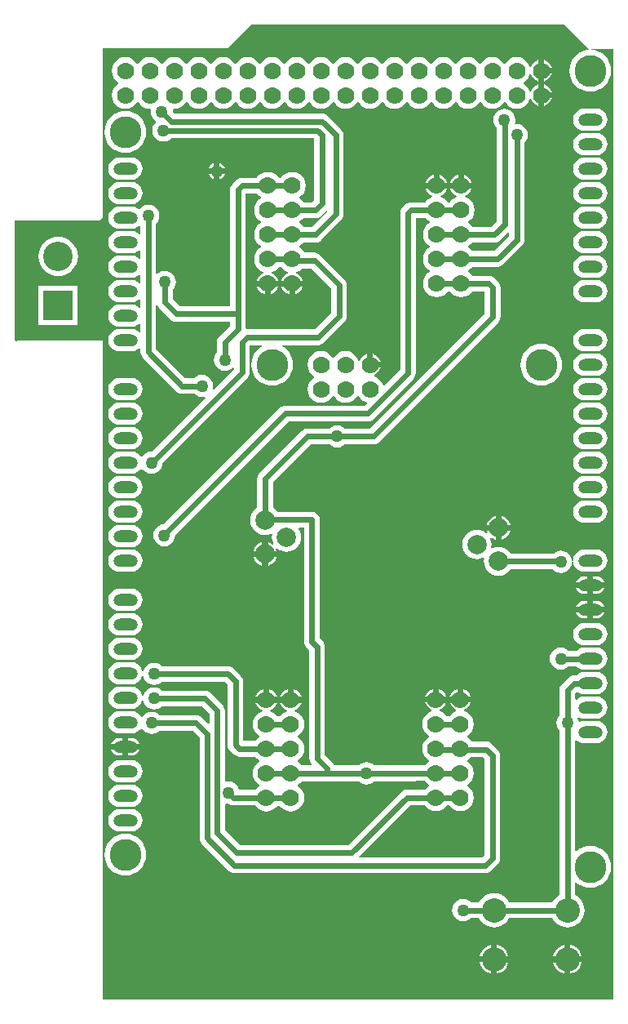
<source format=gbl>
G04 Layer_Physical_Order=2*
G04 Layer_Color=16711680*
%FSLAX25Y25*%
%MOIN*%
G70*
G01*
G75*
%ADD14C,0.02362*%
%ADD17C,0.10000*%
%ADD18C,0.07874*%
%ADD19C,0.07000*%
%ADD20O,0.10000X0.05000*%
%ADD21C,0.13000*%
%ADD22C,0.12000*%
%ADD23R,0.12000X0.12000*%
%ADD24C,0.05000*%
G36*
X136300Y407700D02*
X136658D01*
X136682Y407200D01*
X135434Y407077D01*
X133831Y406591D01*
X132355Y405802D01*
X131061Y404740D01*
X129998Y403445D01*
X129209Y401969D01*
X128723Y400366D01*
X128559Y398700D01*
X128723Y397034D01*
X129209Y395431D01*
X129998Y393955D01*
X131061Y392660D01*
X132355Y391598D01*
X133831Y390809D01*
X135434Y390323D01*
X137100Y390159D01*
X138766Y390323D01*
X140369Y390809D01*
X141845Y391598D01*
X143140Y392660D01*
X144202Y393955D01*
X144991Y395431D01*
X145477Y397034D01*
X145641Y398700D01*
X145477Y400366D01*
X144991Y401969D01*
X144202Y403445D01*
X143140Y404740D01*
X141845Y405802D01*
X140369Y406591D01*
X138766Y407077D01*
X137518Y407200D01*
X137542Y407700D01*
X146300D01*
X146500Y407500D01*
Y19500D01*
X-62000D01*
Y288600D01*
X-97000D01*
X-97300Y288300D01*
X-98000Y289000D01*
Y337400D01*
X-63300D01*
X-62000Y338700D01*
Y408000D01*
X-11000D01*
X-1500Y417500D01*
X126500D01*
X136300Y407700D01*
D02*
G37*
%LPC*%
G36*
X135900Y182230D02*
X134600D01*
X133686Y182110D01*
X132835Y181757D01*
X132104Y181196D01*
X131543Y180465D01*
X131309Y179900D01*
X135900D01*
Y182230D01*
D02*
G37*
G36*
X-50400Y187239D02*
X-55400D01*
X-56575Y187084D01*
X-57669Y186631D01*
X-58609Y185909D01*
X-59331Y184969D01*
X-59784Y183875D01*
X-59939Y182700D01*
X-59784Y181525D01*
X-59331Y180431D01*
X-58609Y179491D01*
X-57669Y178769D01*
X-56575Y178316D01*
X-55400Y178161D01*
X-50400D01*
X-49225Y178316D01*
X-48131Y178769D01*
X-47191Y179491D01*
X-46469Y180431D01*
X-46016Y181525D01*
X-45861Y182700D01*
X-46016Y183875D01*
X-46469Y184969D01*
X-47191Y185909D01*
X-48131Y186631D01*
X-49225Y187084D01*
X-50400Y187239D01*
D02*
G37*
G36*
X142891Y177500D02*
X138300D01*
Y175170D01*
X139600D01*
X140514Y175290D01*
X141365Y175643D01*
X142096Y176204D01*
X142657Y176935D01*
X142891Y177500D01*
D02*
G37*
G36*
Y187500D02*
X138300D01*
Y185170D01*
X139600D01*
X140514Y185290D01*
X141365Y185643D01*
X142096Y186204D01*
X142657Y186935D01*
X142891Y187500D01*
D02*
G37*
G36*
X135900D02*
X131309D01*
X131543Y186935D01*
X132104Y186204D01*
X132835Y185643D01*
X133686Y185290D01*
X134600Y185170D01*
X135900D01*
Y187500D01*
D02*
G37*
G36*
X139600Y182230D02*
X138300D01*
Y179900D01*
X142891D01*
X142657Y180465D01*
X142096Y181196D01*
X141365Y181757D01*
X140514Y182110D01*
X139600Y182230D01*
D02*
G37*
G36*
Y163239D02*
X134600D01*
X133425Y163084D01*
X132331Y162631D01*
X131391Y161909D01*
X131390Y161908D01*
X128310D01*
X128309Y161909D01*
X127369Y162631D01*
X126275Y163084D01*
X125100Y163239D01*
X123925Y163084D01*
X122831Y162631D01*
X121891Y161909D01*
X121169Y160969D01*
X120716Y159875D01*
X120561Y158700D01*
X120716Y157525D01*
X121169Y156431D01*
X121891Y155491D01*
X122831Y154769D01*
X123925Y154316D01*
X125100Y154161D01*
X126275Y154316D01*
X127369Y154769D01*
X128309Y155491D01*
X128310Y155491D01*
X131390D01*
X131391Y155491D01*
X132331Y154769D01*
X133425Y154316D01*
X134600Y154161D01*
X139600D01*
X140775Y154316D01*
X141869Y154769D01*
X142809Y155491D01*
X143531Y156431D01*
X143984Y157525D01*
X144139Y158700D01*
X143984Y159875D01*
X143531Y160969D01*
X142809Y161909D01*
X141869Y162631D01*
X140775Y163084D01*
X139600Y163239D01*
D02*
G37*
G36*
X-50400Y167239D02*
X-55400D01*
X-56575Y167084D01*
X-57669Y166631D01*
X-58609Y165909D01*
X-59331Y164969D01*
X-59784Y163875D01*
X-59939Y162700D01*
X-59784Y161525D01*
X-59331Y160431D01*
X-58609Y159491D01*
X-57669Y158769D01*
X-56575Y158316D01*
X-55400Y158161D01*
X-50400D01*
X-49225Y158316D01*
X-48131Y158769D01*
X-47191Y159491D01*
X-46469Y160431D01*
X-46016Y161525D01*
X-45861Y162700D01*
X-46016Y163875D01*
X-46469Y164969D01*
X-47191Y165909D01*
X-48131Y166631D01*
X-49225Y167084D01*
X-50400Y167239D01*
D02*
G37*
G36*
X139600Y153239D02*
X134600D01*
X133425Y153084D01*
X132331Y152631D01*
X131391Y151909D01*
X131390Y151909D01*
X130600D01*
X130600Y151909D01*
X129770Y151799D01*
X128996Y151479D01*
X128331Y150969D01*
X125531Y148169D01*
X125021Y147504D01*
X124701Y146730D01*
X124592Y145900D01*
Y135580D01*
X123969Y134769D01*
X123516Y133675D01*
X123361Y132500D01*
X123516Y131325D01*
X123969Y130231D01*
X124592Y129420D01*
Y62222D01*
X123892Y61848D01*
X122826Y60974D01*
X121951Y59908D01*
X121578Y59209D01*
X104022D01*
X103648Y59908D01*
X102774Y60974D01*
X101708Y61848D01*
X100492Y62498D01*
X99172Y62899D01*
X97800Y63034D01*
X96428Y62899D01*
X95108Y62498D01*
X93892Y61848D01*
X92826Y60974D01*
X91952Y59908D01*
X91578Y59209D01*
X88410D01*
X88409Y59209D01*
X87469Y59931D01*
X86375Y60384D01*
X85200Y60539D01*
X84025Y60384D01*
X82931Y59931D01*
X81991Y59209D01*
X81269Y58269D01*
X80816Y57175D01*
X80661Y56000D01*
X80816Y54825D01*
X81269Y53731D01*
X81991Y52791D01*
X82931Y52069D01*
X84025Y51616D01*
X85200Y51461D01*
X86375Y51616D01*
X87469Y52069D01*
X88409Y52791D01*
X88410Y52791D01*
X91578D01*
X91952Y52092D01*
X92826Y51026D01*
X93892Y50151D01*
X95108Y49501D01*
X96428Y49101D01*
X97800Y48966D01*
X99172Y49101D01*
X100492Y49501D01*
X101708Y50151D01*
X102774Y51026D01*
X103648Y52092D01*
X104022Y52791D01*
X121578D01*
X121951Y52092D01*
X122826Y51026D01*
X123892Y50151D01*
X125108Y49501D01*
X126428Y49101D01*
X127800Y48966D01*
X129172Y49101D01*
X130492Y49501D01*
X131708Y50151D01*
X132774Y51026D01*
X133649Y52092D01*
X134299Y53308D01*
X134699Y54628D01*
X134834Y56000D01*
X134699Y57372D01*
X134299Y58692D01*
X133649Y59908D01*
X132774Y60974D01*
X131708Y61848D01*
X131009Y62222D01*
Y67056D01*
X131509Y67293D01*
X132355Y66598D01*
X133831Y65809D01*
X135434Y65323D01*
X137100Y65159D01*
X138766Y65323D01*
X140369Y65809D01*
X141845Y66598D01*
X143140Y67660D01*
X144202Y68955D01*
X144991Y70431D01*
X145477Y72034D01*
X145641Y73700D01*
X145477Y75366D01*
X144991Y76969D01*
X144202Y78445D01*
X143140Y79739D01*
X141845Y80802D01*
X140369Y81591D01*
X138766Y82077D01*
X137100Y82241D01*
X135434Y82077D01*
X133831Y81591D01*
X132355Y80802D01*
X131509Y80107D01*
X131009Y80344D01*
Y125228D01*
X131509Y125400D01*
X132331Y124769D01*
X133425Y124316D01*
X134600Y124161D01*
X139600D01*
X140775Y124316D01*
X141869Y124769D01*
X142809Y125491D01*
X143531Y126431D01*
X143984Y127525D01*
X144139Y128700D01*
X143984Y129875D01*
X143531Y130969D01*
X142809Y131909D01*
X141869Y132631D01*
X140775Y133084D01*
X139600Y133239D01*
X134600D01*
X133425Y133084D01*
X132796Y132824D01*
X132363Y133074D01*
X132284Y133675D01*
X131981Y134407D01*
X132232Y134667D01*
X132381Y134749D01*
X133425Y134316D01*
X134600Y134161D01*
X139600D01*
X140775Y134316D01*
X141869Y134769D01*
X142809Y135491D01*
X143531Y136431D01*
X143984Y137525D01*
X144139Y138700D01*
X143984Y139875D01*
X143531Y140969D01*
X142809Y141909D01*
X141869Y142631D01*
X140775Y143084D01*
X139600Y143239D01*
X134600D01*
X133425Y143084D01*
X132331Y142631D01*
X131509Y142000D01*
X131009Y142172D01*
Y144571D01*
X131695Y145257D01*
X132331Y144769D01*
X133425Y144316D01*
X134600Y144161D01*
X139600D01*
X140775Y144316D01*
X141869Y144769D01*
X142809Y145491D01*
X143531Y146431D01*
X143984Y147525D01*
X144139Y148700D01*
X143984Y149875D01*
X143531Y150969D01*
X142809Y151909D01*
X141869Y152631D01*
X140775Y153084D01*
X139600Y153239D01*
D02*
G37*
G36*
X135900Y177500D02*
X131309D01*
X131543Y176935D01*
X132104Y176204D01*
X132835Y175643D01*
X133686Y175290D01*
X134600Y175170D01*
X135900D01*
Y177500D01*
D02*
G37*
G36*
X-50400Y177239D02*
X-55400D01*
X-56575Y177084D01*
X-57669Y176631D01*
X-58609Y175909D01*
X-59331Y174969D01*
X-59784Y173875D01*
X-59939Y172700D01*
X-59784Y171525D01*
X-59331Y170431D01*
X-58609Y169491D01*
X-57669Y168769D01*
X-56575Y168316D01*
X-55400Y168161D01*
X-50400D01*
X-49225Y168316D01*
X-48131Y168769D01*
X-47191Y169491D01*
X-46469Y170431D01*
X-46016Y171525D01*
X-45861Y172700D01*
X-46016Y173875D01*
X-46469Y174969D01*
X-47191Y175909D01*
X-48131Y176631D01*
X-49225Y177084D01*
X-50400Y177239D01*
D02*
G37*
G36*
X139600Y173239D02*
X134600D01*
X133425Y173084D01*
X132331Y172631D01*
X131391Y171909D01*
X130669Y170969D01*
X130216Y169875D01*
X130061Y168700D01*
X130216Y167525D01*
X130669Y166431D01*
X131391Y165491D01*
X132331Y164769D01*
X133425Y164316D01*
X134600Y164161D01*
X139600D01*
X140775Y164316D01*
X141869Y164769D01*
X142809Y165491D01*
X143531Y166431D01*
X143984Y167525D01*
X144139Y168700D01*
X143984Y169875D01*
X143531Y170969D01*
X142809Y171909D01*
X141869Y172631D01*
X140775Y173084D01*
X139600Y173239D01*
D02*
G37*
G36*
X104422Y210980D02*
X100800D01*
Y207358D01*
X100889Y207370D01*
X102090Y207867D01*
X103121Y208658D01*
X103912Y209690D01*
X104410Y210891D01*
X104422Y210980D01*
D02*
G37*
G36*
X90820Y211256D02*
X89657Y211141D01*
X88538Y210801D01*
X87506Y210250D01*
X86602Y209508D01*
X85860Y208604D01*
X85309Y207573D01*
X84969Y206454D01*
X84855Y205290D01*
X84969Y204126D01*
X85309Y203007D01*
X85860Y201975D01*
X86602Y201071D01*
X87506Y200329D01*
X88538Y199778D01*
X89657Y199439D01*
X90820Y199324D01*
X91984Y199439D01*
X93103Y199778D01*
X93375Y199923D01*
X93762Y199606D01*
X93749Y199564D01*
X93634Y198400D01*
X93749Y197236D01*
X94088Y196117D01*
X94640Y195086D01*
X95382Y194182D01*
X96286Y193440D01*
X97317Y192888D01*
X98436Y192549D01*
X99600Y192434D01*
X100764Y192549D01*
X101883Y192888D01*
X102914Y193440D01*
X103818Y194182D01*
X104560Y195086D01*
X104617Y195192D01*
X121736D01*
X121891Y194991D01*
X122831Y194269D01*
X123925Y193816D01*
X125100Y193661D01*
X126275Y193816D01*
X127369Y194269D01*
X128309Y194991D01*
X129031Y195931D01*
X129484Y197025D01*
X129636Y198178D01*
X129639Y198200D01*
X130124Y198225D01*
X130124Y198219D01*
X130216Y197525D01*
X130669Y196431D01*
X131391Y195491D01*
X132331Y194769D01*
X133425Y194316D01*
X134600Y194161D01*
X139600D01*
X140775Y194316D01*
X141869Y194769D01*
X142809Y195491D01*
X143531Y196431D01*
X143984Y197525D01*
X144139Y198700D01*
X143984Y199875D01*
X143531Y200969D01*
X142809Y201909D01*
X141869Y202631D01*
X140775Y203084D01*
X139600Y203239D01*
X134600D01*
X133425Y203084D01*
X132331Y202631D01*
X131391Y201909D01*
X130669Y200969D01*
X130216Y199875D01*
X130064Y198723D01*
X130061Y198700D01*
X129576Y198675D01*
X129576Y198681D01*
X129484Y199375D01*
X129031Y200469D01*
X128309Y201409D01*
X127369Y202131D01*
X126275Y202584D01*
X125100Y202739D01*
X123925Y202584D01*
X122831Y202131D01*
X122150Y201608D01*
X104617D01*
X104560Y201714D01*
X103818Y202618D01*
X102914Y203360D01*
X101883Y203912D01*
X100764Y204251D01*
X99600Y204366D01*
X98436Y204251D01*
X97317Y203912D01*
X97045Y203766D01*
X96659Y204084D01*
X96672Y204126D01*
X96786Y205290D01*
X96672Y206454D01*
X96332Y207573D01*
X96096Y208015D01*
X96486Y208346D01*
X97110Y207867D01*
X98311Y207370D01*
X98400Y207358D01*
Y210980D01*
X94778D01*
X94790Y210891D01*
X95124Y210086D01*
X94710Y209778D01*
X94135Y210250D01*
X93103Y210801D01*
X91984Y211141D01*
X90820Y211256D01*
D02*
G37*
G36*
X-50400Y213239D02*
X-55400D01*
X-56575Y213084D01*
X-57669Y212631D01*
X-58609Y211909D01*
X-59331Y210969D01*
X-59784Y209875D01*
X-59939Y208700D01*
X-59784Y207525D01*
X-59331Y206431D01*
X-58609Y205491D01*
X-57669Y204769D01*
X-56575Y204316D01*
X-55400Y204161D01*
X-50400D01*
X-49225Y204316D01*
X-48131Y204769D01*
X-47191Y205491D01*
X-46469Y206431D01*
X-46016Y207525D01*
X-45861Y208700D01*
X-46016Y209875D01*
X-46469Y210969D01*
X-47191Y211909D01*
X-48131Y212631D01*
X-49225Y213084D01*
X-50400Y213239D01*
D02*
G37*
G36*
Y223239D02*
X-55400D01*
X-56575Y223084D01*
X-57669Y222631D01*
X-58609Y221909D01*
X-59331Y220969D01*
X-59784Y219875D01*
X-59939Y218700D01*
X-59784Y217525D01*
X-59331Y216431D01*
X-58609Y215491D01*
X-57669Y214769D01*
X-56575Y214316D01*
X-55400Y214161D01*
X-50400D01*
X-49225Y214316D01*
X-48131Y214769D01*
X-47191Y215491D01*
X-46469Y216431D01*
X-46016Y217525D01*
X-45861Y218700D01*
X-46016Y219875D01*
X-46469Y220969D01*
X-47191Y221909D01*
X-48131Y222631D01*
X-49225Y223084D01*
X-50400Y223239D01*
D02*
G37*
G36*
X100800Y217001D02*
Y213380D01*
X104422D01*
X104410Y213468D01*
X103912Y214669D01*
X103121Y215701D01*
X102090Y216492D01*
X100889Y216989D01*
X100800Y217001D01*
D02*
G37*
G36*
X98400D02*
X98311Y216989D01*
X97110Y216492D01*
X96079Y215701D01*
X95288Y214669D01*
X94790Y213468D01*
X94778Y213380D01*
X98400D01*
Y217001D01*
D02*
G37*
G36*
X-50400Y203239D02*
X-55400D01*
X-56575Y203084D01*
X-57669Y202631D01*
X-58609Y201909D01*
X-59331Y200969D01*
X-59784Y199875D01*
X-59939Y198700D01*
X-59784Y197525D01*
X-59331Y196431D01*
X-58609Y195491D01*
X-57669Y194769D01*
X-56575Y194316D01*
X-55400Y194161D01*
X-50400D01*
X-49225Y194316D01*
X-48131Y194769D01*
X-47191Y195491D01*
X-46469Y196431D01*
X-46016Y197525D01*
X-45861Y198700D01*
X-46016Y199875D01*
X-46469Y200969D01*
X-47191Y201909D01*
X-48131Y202631D01*
X-49225Y203084D01*
X-50400Y203239D01*
D02*
G37*
G36*
X139600Y192230D02*
X138300D01*
Y189900D01*
X142891D01*
X142657Y190465D01*
X142096Y191196D01*
X141365Y191757D01*
X140514Y192110D01*
X139600Y192230D01*
D02*
G37*
G36*
X135900D02*
X134600D01*
X133686Y192110D01*
X132835Y191757D01*
X132104Y191196D01*
X131543Y190465D01*
X131309Y189900D01*
X135900D01*
Y192230D01*
D02*
G37*
G36*
X3000Y206242D02*
X2911Y206230D01*
X1710Y205733D01*
X679Y204942D01*
X-112Y203910D01*
X-610Y202709D01*
X-622Y202621D01*
X3000D01*
Y206242D01*
D02*
G37*
G36*
X9022Y200220D02*
X5400D01*
Y196599D01*
X5489Y196610D01*
X6690Y197108D01*
X7721Y197899D01*
X8512Y198931D01*
X9010Y200132D01*
X9022Y200220D01*
D02*
G37*
G36*
X3000D02*
X-622D01*
X-610Y200132D01*
X-112Y198931D01*
X679Y197899D01*
X1710Y197108D01*
X2911Y196610D01*
X3000Y196599D01*
Y200220D01*
D02*
G37*
G36*
X-52900Y87241D02*
X-54566Y87077D01*
X-56169Y86591D01*
X-57645Y85802D01*
X-58939Y84740D01*
X-60002Y83445D01*
X-60791Y81969D01*
X-61277Y80366D01*
X-61441Y78700D01*
X-61277Y77034D01*
X-60791Y75431D01*
X-60002Y73955D01*
X-58939Y72660D01*
X-57645Y71598D01*
X-56169Y70809D01*
X-54566Y70323D01*
X-52900Y70159D01*
X-51234Y70323D01*
X-49632Y70809D01*
X-48155Y71598D01*
X-46861Y72660D01*
X-45798Y73955D01*
X-45009Y75431D01*
X-44523Y77034D01*
X-44359Y78700D01*
X-44523Y80366D01*
X-45009Y81969D01*
X-45798Y83445D01*
X-46861Y84740D01*
X-48155Y85802D01*
X-49632Y86591D01*
X-51234Y87077D01*
X-52900Y87241D01*
D02*
G37*
G36*
X129000Y41906D02*
Y37200D01*
X133706D01*
X133370Y38307D01*
X132813Y39349D01*
X132063Y40263D01*
X131149Y41013D01*
X130107Y41570D01*
X129000Y41906D01*
D02*
G37*
G36*
X126600D02*
X125493Y41570D01*
X124451Y41013D01*
X123537Y40263D01*
X122787Y39349D01*
X122230Y38307D01*
X121894Y37200D01*
X126600D01*
Y41906D01*
D02*
G37*
G36*
X-50400Y117239D02*
X-55400D01*
X-56575Y117084D01*
X-57669Y116631D01*
X-58609Y115909D01*
X-59331Y114969D01*
X-59784Y113875D01*
X-59939Y112700D01*
X-59784Y111525D01*
X-59331Y110431D01*
X-58609Y109491D01*
X-57669Y108769D01*
X-56575Y108316D01*
X-55400Y108161D01*
X-50400D01*
X-49225Y108316D01*
X-48131Y108769D01*
X-47191Y109491D01*
X-46469Y110431D01*
X-46016Y111525D01*
X-45861Y112700D01*
X-46016Y113875D01*
X-46469Y114969D01*
X-47191Y115909D01*
X-48131Y116631D01*
X-49225Y117084D01*
X-50400Y117239D01*
D02*
G37*
G36*
Y107239D02*
X-55400D01*
X-56575Y107084D01*
X-57669Y106631D01*
X-58609Y105909D01*
X-59331Y104969D01*
X-59784Y103875D01*
X-59939Y102700D01*
X-59784Y101525D01*
X-59331Y100431D01*
X-58609Y99491D01*
X-57669Y98769D01*
X-56575Y98316D01*
X-55400Y98161D01*
X-50400D01*
X-49225Y98316D01*
X-48131Y98769D01*
X-47191Y99491D01*
X-46469Y100431D01*
X-46016Y101525D01*
X-45861Y102700D01*
X-46016Y103875D01*
X-46469Y104969D01*
X-47191Y105909D01*
X-48131Y106631D01*
X-49225Y107084D01*
X-50400Y107239D01*
D02*
G37*
G36*
Y97239D02*
X-55400D01*
X-56575Y97084D01*
X-57669Y96631D01*
X-58609Y95909D01*
X-59331Y94969D01*
X-59784Y93875D01*
X-59939Y92700D01*
X-59784Y91525D01*
X-59331Y90431D01*
X-58609Y89491D01*
X-57669Y88769D01*
X-56575Y88316D01*
X-55400Y88161D01*
X-50400D01*
X-49225Y88316D01*
X-48131Y88769D01*
X-47191Y89491D01*
X-46469Y90431D01*
X-46016Y91525D01*
X-45861Y92700D01*
X-46016Y93875D01*
X-46469Y94969D01*
X-47191Y95909D01*
X-48131Y96631D01*
X-49225Y97084D01*
X-50400Y97239D01*
D02*
G37*
G36*
X126600Y34800D02*
X121894D01*
X122230Y33693D01*
X122787Y32651D01*
X123537Y31737D01*
X124451Y30987D01*
X125493Y30430D01*
X126600Y30094D01*
Y34800D01*
D02*
G37*
G36*
X103706D02*
X99000D01*
Y30094D01*
X100107Y30430D01*
X101149Y30987D01*
X102063Y31737D01*
X102813Y32651D01*
X103370Y33693D01*
X103706Y34800D01*
D02*
G37*
G36*
X96600D02*
X91894D01*
X92230Y33693D01*
X92787Y32651D01*
X93537Y31737D01*
X94450Y30987D01*
X95493Y30430D01*
X96600Y30094D01*
Y34800D01*
D02*
G37*
G36*
X99000Y41906D02*
Y37200D01*
X103706D01*
X103370Y38307D01*
X102813Y39349D01*
X102063Y40263D01*
X101149Y41013D01*
X100107Y41570D01*
X99000Y41906D01*
D02*
G37*
G36*
X96600D02*
X95493Y41570D01*
X94450Y41013D01*
X93537Y40263D01*
X92787Y39349D01*
X92230Y38307D01*
X91894Y37200D01*
X96600D01*
Y41906D01*
D02*
G37*
G36*
X133706Y34800D02*
X129000D01*
Y30094D01*
X130107Y30430D01*
X131149Y30987D01*
X132063Y31737D01*
X132813Y32651D01*
X133370Y33693D01*
X133706Y34800D01*
D02*
G37*
G36*
X72800Y146374D02*
X71731Y145931D01*
X70791Y145209D01*
X70069Y144269D01*
X69626Y143200D01*
X72800D01*
Y146374D01*
D02*
G37*
G36*
X15900Y146274D02*
Y143100D01*
X19074D01*
X18631Y144169D01*
X17909Y145109D01*
X16969Y145831D01*
X15900Y146274D01*
D02*
G37*
G36*
X13500D02*
X12431Y145831D01*
X11491Y145109D01*
X10769Y144169D01*
X10326Y143100D01*
X13500D01*
Y146274D01*
D02*
G37*
G36*
X85200Y146374D02*
Y143200D01*
X88374D01*
X87931Y144269D01*
X87209Y145209D01*
X86269Y145931D01*
X85200Y146374D01*
D02*
G37*
G36*
X82800D02*
X81731Y145931D01*
X80791Y145209D01*
X80069Y144269D01*
X79626Y143200D01*
X82800D01*
Y146374D01*
D02*
G37*
G36*
X75200D02*
Y143200D01*
X78374D01*
X77931Y144269D01*
X77209Y145209D01*
X76269Y145931D01*
X75200Y146374D01*
D02*
G37*
G36*
X-54100Y126230D02*
X-55400D01*
X-56314Y126110D01*
X-57165Y125757D01*
X-57896Y125196D01*
X-58457Y124465D01*
X-58691Y123900D01*
X-54100D01*
Y126230D01*
D02*
G37*
G36*
X-47109Y121500D02*
X-51700D01*
Y119170D01*
X-50400D01*
X-49486Y119290D01*
X-48635Y119643D01*
X-47904Y120204D01*
X-47343Y120935D01*
X-47109Y121500D01*
D02*
G37*
G36*
X-54100D02*
X-58691D01*
X-58457Y120935D01*
X-57896Y120204D01*
X-57165Y119643D01*
X-56314Y119290D01*
X-55400Y119170D01*
X-54100D01*
Y121500D01*
D02*
G37*
G36*
X5900Y146274D02*
Y143100D01*
X9074D01*
X8631Y144169D01*
X7909Y145109D01*
X6969Y145831D01*
X5900Y146274D01*
D02*
G37*
G36*
X3500D02*
X2431Y145831D01*
X1491Y145109D01*
X769Y144169D01*
X326Y143100D01*
X3500D01*
Y146274D01*
D02*
G37*
G36*
X-50400Y126230D02*
X-51700D01*
Y123900D01*
X-47109D01*
X-47343Y124465D01*
X-47904Y125196D01*
X-48635Y125757D01*
X-49486Y126110D01*
X-50400Y126230D01*
D02*
G37*
G36*
X139600Y373239D02*
X134600D01*
X133425Y373084D01*
X132331Y372631D01*
X131391Y371909D01*
X130669Y370969D01*
X130216Y369875D01*
X130061Y368700D01*
X130216Y367525D01*
X130669Y366431D01*
X131391Y365491D01*
X132331Y364769D01*
X133425Y364316D01*
X134600Y364161D01*
X139600D01*
X140775Y364316D01*
X141869Y364769D01*
X142809Y365491D01*
X143531Y366431D01*
X143984Y367525D01*
X144139Y368700D01*
X143984Y369875D01*
X143531Y370969D01*
X142809Y371909D01*
X141869Y372631D01*
X140775Y373084D01*
X139600Y373239D01*
D02*
G37*
G36*
Y343239D02*
X134600D01*
X133425Y343084D01*
X132331Y342631D01*
X131391Y341909D01*
X130669Y340969D01*
X130216Y339875D01*
X130061Y338700D01*
X130216Y337525D01*
X130669Y336431D01*
X131391Y335491D01*
X132331Y334769D01*
X133425Y334316D01*
X134600Y334161D01*
X139600D01*
X140775Y334316D01*
X141869Y334769D01*
X142809Y335491D01*
X143531Y336431D01*
X143984Y337525D01*
X144139Y338700D01*
X143984Y339875D01*
X143531Y340969D01*
X142809Y341909D01*
X141869Y342631D01*
X140775Y343084D01*
X139600Y343239D01*
D02*
G37*
G36*
X102000Y383139D02*
X100825Y382984D01*
X99731Y382531D01*
X98791Y381809D01*
X98069Y380869D01*
X97616Y379775D01*
X97461Y378600D01*
X97616Y377425D01*
X98069Y376331D01*
X98791Y375391D01*
X98891Y375313D01*
Y337329D01*
X96571Y335009D01*
X88771D01*
X88223Y335723D01*
X87200Y336507D01*
X87157Y336673D01*
Y336927D01*
X87200Y337093D01*
X88223Y337877D01*
X89104Y339026D01*
X89658Y340364D01*
X89847Y341800D01*
X89658Y343236D01*
X89104Y344574D01*
X88223Y345723D01*
X87074Y346604D01*
X85948Y347071D01*
Y347612D01*
X86569Y347869D01*
X87509Y348591D01*
X88231Y349531D01*
X88674Y350600D01*
X79926D01*
X80369Y349531D01*
X81091Y348591D01*
X82031Y347869D01*
X82652Y347612D01*
Y347071D01*
X81526Y346604D01*
X80377Y345723D01*
X79829Y345009D01*
X78771D01*
X78223Y345723D01*
X77074Y346604D01*
X75948Y347071D01*
Y347612D01*
X76569Y347869D01*
X77509Y348591D01*
X78231Y349531D01*
X78674Y350600D01*
X69926D01*
X70369Y349531D01*
X71091Y348591D01*
X72031Y347869D01*
X72652Y347612D01*
Y347071D01*
X71526Y346604D01*
X70377Y345723D01*
X69829Y345009D01*
X63900D01*
X63900Y345009D01*
X63070Y344899D01*
X62296Y344579D01*
X61631Y344069D01*
X60331Y342769D01*
X59821Y342104D01*
X59501Y341330D01*
X59391Y340500D01*
Y276529D01*
X52920Y270058D01*
X52409Y270254D01*
X51904Y271474D01*
X51023Y272623D01*
X49874Y273504D01*
X48748Y273971D01*
Y274512D01*
X49369Y274769D01*
X50309Y275491D01*
X51031Y276431D01*
X51474Y277500D01*
X47100D01*
Y278700D01*
X45900D01*
Y283074D01*
X44831Y282631D01*
X43891Y281909D01*
X43169Y280969D01*
X42912Y280348D01*
X42371D01*
X41904Y281474D01*
X41023Y282623D01*
X39874Y283504D01*
X38536Y284058D01*
X37100Y284247D01*
X35664Y284058D01*
X34326Y283504D01*
X33177Y282623D01*
X32393Y281600D01*
X32227Y281557D01*
X31973D01*
X31807Y281600D01*
X31023Y282623D01*
X29874Y283504D01*
X28536Y284058D01*
X27100Y284247D01*
X25664Y284058D01*
X24326Y283504D01*
X23177Y282623D01*
X22296Y281474D01*
X21742Y280136D01*
X21553Y278700D01*
X21742Y277264D01*
X22296Y275926D01*
X23177Y274777D01*
X24200Y273993D01*
X24242Y273827D01*
Y273573D01*
X24200Y273407D01*
X23177Y272623D01*
X22296Y271474D01*
X21742Y270136D01*
X21553Y268700D01*
X21742Y267264D01*
X22296Y265926D01*
X23177Y264777D01*
X24326Y263896D01*
X25664Y263342D01*
X27100Y263153D01*
X28536Y263342D01*
X29874Y263896D01*
X31023Y264777D01*
X31807Y265800D01*
X31973Y265843D01*
X32227D01*
X32393Y265800D01*
X33177Y264777D01*
X34326Y263896D01*
X35664Y263342D01*
X37100Y263153D01*
X38536Y263342D01*
X39874Y263896D01*
X41023Y264777D01*
X41807Y265800D01*
X41973Y265843D01*
X42227D01*
X42393Y265800D01*
X43177Y264777D01*
X44326Y263896D01*
X45546Y263391D01*
X45742Y262880D01*
X44871Y262009D01*
X12600D01*
X11770Y261899D01*
X10996Y261579D01*
X10331Y261069D01*
X-37229Y213509D01*
X-38175Y213384D01*
X-39269Y212931D01*
X-40209Y212209D01*
X-40931Y211269D01*
X-41384Y210175D01*
X-41539Y209000D01*
X-41384Y207825D01*
X-40931Y206731D01*
X-40209Y205791D01*
X-39269Y205069D01*
X-38175Y204616D01*
X-37000Y204461D01*
X-35825Y204616D01*
X-34731Y205069D01*
X-33791Y205791D01*
X-33069Y206731D01*
X-32616Y207825D01*
X-32461Y209000D01*
X-32485Y209178D01*
X13929Y255591D01*
X46200D01*
X47030Y255701D01*
X47804Y256021D01*
X48469Y256531D01*
X64869Y272931D01*
X65379Y273596D01*
X65699Y274370D01*
X65809Y275200D01*
Y338591D01*
X69829D01*
X70377Y337877D01*
X71400Y337093D01*
X71443Y336927D01*
Y336673D01*
X71400Y336507D01*
X70377Y335723D01*
X69496Y334574D01*
X68942Y333236D01*
X68752Y331800D01*
X68942Y330364D01*
X69496Y329026D01*
X70377Y327877D01*
X71400Y327093D01*
X71443Y326927D01*
Y326673D01*
X71400Y326507D01*
X70377Y325723D01*
X69496Y324574D01*
X68942Y323236D01*
X68752Y321800D01*
X68942Y320364D01*
X69496Y319026D01*
X70377Y317877D01*
X71400Y317093D01*
X71443Y316927D01*
Y316673D01*
X71400Y316507D01*
X70377Y315723D01*
X69496Y314574D01*
X68942Y313236D01*
X68752Y311800D01*
X68942Y310364D01*
X69496Y309026D01*
X70377Y307877D01*
X71526Y306996D01*
X72864Y306442D01*
X74300Y306253D01*
X75736Y306442D01*
X77074Y306996D01*
X78223Y307877D01*
X78771Y308591D01*
X79829D01*
X80377Y307877D01*
X81526Y306996D01*
X82864Y306442D01*
X84300Y306253D01*
X85736Y306442D01*
X87074Y306996D01*
X88223Y307877D01*
X88771Y308591D01*
X93991D01*
Y299429D01*
X47171Y252609D01*
X36910D01*
X36909Y252609D01*
X35969Y253331D01*
X34875Y253784D01*
X33700Y253939D01*
X32525Y253784D01*
X31431Y253331D01*
X30491Y252609D01*
X30490Y252609D01*
X21400D01*
X20570Y252499D01*
X19796Y252179D01*
X19131Y251669D01*
X1931Y234469D01*
X1421Y233804D01*
X1101Y233030D01*
X991Y232200D01*
Y220217D01*
X886Y220160D01*
X-18Y219418D01*
X-760Y218514D01*
X-1312Y217483D01*
X-1651Y216364D01*
X-1766Y215200D01*
X-1651Y214036D01*
X-1312Y212917D01*
X-760Y211886D01*
X-18Y210982D01*
X886Y210240D01*
X1917Y209688D01*
X3036Y209349D01*
X4200Y209234D01*
X5364Y209349D01*
X6483Y209688D01*
X6755Y209834D01*
X7141Y209516D01*
X7128Y209474D01*
X7014Y208310D01*
X7128Y207146D01*
X7468Y206027D01*
X7705Y205585D01*
X7315Y205254D01*
X6690Y205733D01*
X5489Y206230D01*
X5400Y206242D01*
Y202621D01*
X9022D01*
X9010Y202709D01*
X8676Y203515D01*
X9090Y203822D01*
X9665Y203350D01*
X10696Y202799D01*
X11816Y202459D01*
X12979Y202344D01*
X14143Y202459D01*
X15262Y202799D01*
X16294Y203350D01*
X17198Y204092D01*
X17940Y204996D01*
X18491Y206027D01*
X18831Y207146D01*
X18945Y208310D01*
X18831Y209474D01*
X18491Y210593D01*
X17940Y211625D01*
X17846Y211739D01*
X18059Y212191D01*
X20091D01*
Y165700D01*
X20201Y164870D01*
X20521Y164096D01*
X21031Y163431D01*
X22291Y162171D01*
Y117900D01*
X22401Y117070D01*
X22721Y116296D01*
X23231Y115631D01*
X23292Y115570D01*
X23101Y115109D01*
X19171D01*
X18623Y115823D01*
X17600Y116607D01*
X17558Y116773D01*
Y117027D01*
X17600Y117193D01*
X18623Y117977D01*
X19504Y119126D01*
X20058Y120464D01*
X20247Y121900D01*
X20058Y123336D01*
X19504Y124674D01*
X18623Y125823D01*
X17600Y126607D01*
X17558Y126773D01*
Y127027D01*
X17600Y127193D01*
X18623Y127977D01*
X19504Y129126D01*
X20058Y130464D01*
X20247Y131900D01*
X20058Y133336D01*
X19504Y134674D01*
X18623Y135823D01*
X17474Y136704D01*
X16348Y137171D01*
Y137712D01*
X16969Y137969D01*
X17909Y138691D01*
X18631Y139631D01*
X19074Y140700D01*
X10326D01*
X10769Y139631D01*
X11491Y138691D01*
X12431Y137969D01*
X13052Y137712D01*
Y137171D01*
X11926Y136704D01*
X10777Y135823D01*
X10229Y135108D01*
X9171D01*
X8623Y135823D01*
X7474Y136704D01*
X6348Y137171D01*
Y137712D01*
X6969Y137969D01*
X7909Y138691D01*
X8631Y139631D01*
X9074Y140700D01*
X326D01*
X769Y139631D01*
X1491Y138691D01*
X2431Y137969D01*
X3052Y137712D01*
Y137171D01*
X1926Y136704D01*
X777Y135823D01*
X-104Y134674D01*
X-658Y133336D01*
X-848Y131900D01*
X-658Y130464D01*
X-104Y129126D01*
X777Y127977D01*
X1800Y127193D01*
X1843Y127027D01*
Y126773D01*
X1800Y126607D01*
X777Y125823D01*
X229Y125109D01*
X-4691D01*
Y149400D01*
X-4801Y150230D01*
X-5121Y151004D01*
X-5631Y151669D01*
X-8731Y154769D01*
X-9396Y155279D01*
X-10170Y155599D01*
X-11000Y155709D01*
X-37890D01*
X-37891Y155709D01*
X-38831Y156431D01*
X-39925Y156884D01*
X-41100Y157039D01*
X-42275Y156884D01*
X-43369Y156431D01*
X-44309Y155709D01*
X-45031Y154769D01*
X-45484Y153675D01*
X-45485Y153671D01*
X-45989D01*
X-46016Y153875D01*
X-46469Y154969D01*
X-47191Y155909D01*
X-48131Y156631D01*
X-49225Y157084D01*
X-50400Y157239D01*
X-55400D01*
X-56575Y157084D01*
X-57669Y156631D01*
X-58609Y155909D01*
X-59331Y154969D01*
X-59784Y153875D01*
X-59939Y152700D01*
X-59784Y151525D01*
X-59331Y150431D01*
X-58609Y149491D01*
X-57669Y148769D01*
X-56575Y148316D01*
X-55400Y148161D01*
X-50400D01*
X-49225Y148316D01*
X-48131Y148769D01*
X-47191Y149491D01*
X-46469Y150431D01*
X-46016Y151525D01*
X-46015Y151529D01*
X-45511D01*
X-45484Y151325D01*
X-45031Y150231D01*
X-44309Y149291D01*
X-43369Y148569D01*
X-42275Y148116D01*
X-41100Y147961D01*
X-39925Y148116D01*
X-38831Y148569D01*
X-37891Y149291D01*
X-37890Y149292D01*
X-12329D01*
X-11108Y148071D01*
Y123500D01*
X-10999Y122670D01*
X-10679Y121896D01*
X-10169Y121231D01*
X-8569Y119631D01*
X-7904Y119121D01*
X-7130Y118801D01*
X-6300Y118692D01*
X229D01*
X777Y117977D01*
X1800Y117193D01*
X1843Y117027D01*
Y116773D01*
X1800Y116607D01*
X777Y115823D01*
X-104Y114674D01*
X-658Y113336D01*
X-848Y111900D01*
X-658Y110464D01*
X-104Y109126D01*
X777Y107977D01*
X1800Y107193D01*
X1843Y107027D01*
Y106773D01*
X1800Y106607D01*
X777Y105823D01*
X306Y105209D01*
X-6330D01*
X-6769Y106269D01*
X-7491Y107209D01*
X-8431Y107931D01*
X-9525Y108384D01*
X-10700Y108539D01*
X-11691Y108408D01*
X-12191Y108735D01*
Y137500D01*
X-12191Y137500D01*
X-12301Y138330D01*
X-12621Y139104D01*
X-13131Y139769D01*
X-18131Y144769D01*
X-18796Y145279D01*
X-19570Y145599D01*
X-20400Y145709D01*
X-37890D01*
X-37891Y145709D01*
X-38831Y146431D01*
X-39925Y146884D01*
X-41100Y147039D01*
X-42275Y146884D01*
X-43369Y146431D01*
X-44309Y145709D01*
X-45031Y144769D01*
X-45484Y143675D01*
X-45485Y143671D01*
X-45989D01*
X-46016Y143875D01*
X-46469Y144969D01*
X-47191Y145909D01*
X-48131Y146631D01*
X-49225Y147084D01*
X-50400Y147239D01*
X-55400D01*
X-56575Y147084D01*
X-57669Y146631D01*
X-58609Y145909D01*
X-59331Y144969D01*
X-59784Y143875D01*
X-59939Y142700D01*
X-59784Y141525D01*
X-59331Y140431D01*
X-58609Y139491D01*
X-57669Y138769D01*
X-56575Y138316D01*
X-55400Y138161D01*
X-50400D01*
X-49225Y138316D01*
X-48131Y138769D01*
X-47191Y139491D01*
X-46469Y140431D01*
X-46016Y141525D01*
X-46015Y141529D01*
X-45511D01*
X-45484Y141325D01*
X-45031Y140231D01*
X-44309Y139291D01*
X-43369Y138569D01*
X-42275Y138116D01*
X-41100Y137961D01*
X-39925Y138116D01*
X-38831Y138569D01*
X-37891Y139291D01*
X-37890Y139292D01*
X-21729D01*
X-18609Y136171D01*
Y132299D01*
X-19071Y132108D01*
X-21731Y134769D01*
X-22396Y135279D01*
X-23170Y135599D01*
X-24000Y135708D01*
X-38890D01*
X-38891Y135709D01*
X-39831Y136431D01*
X-40925Y136884D01*
X-42100Y137039D01*
X-43275Y136884D01*
X-44369Y136431D01*
X-45309Y135709D01*
X-45910Y134926D01*
X-46461Y134949D01*
X-46469Y134969D01*
X-47191Y135909D01*
X-48131Y136631D01*
X-49225Y137084D01*
X-50400Y137239D01*
X-55400D01*
X-56575Y137084D01*
X-57669Y136631D01*
X-58609Y135909D01*
X-59331Y134969D01*
X-59784Y133875D01*
X-59939Y132700D01*
X-59784Y131525D01*
X-59331Y130431D01*
X-58609Y129491D01*
X-57669Y128769D01*
X-56575Y128316D01*
X-55400Y128161D01*
X-50400D01*
X-49225Y128316D01*
X-48131Y128769D01*
X-47191Y129491D01*
X-46590Y130274D01*
X-46039Y130251D01*
X-46031Y130231D01*
X-45309Y129291D01*
X-44369Y128569D01*
X-43275Y128116D01*
X-42100Y127961D01*
X-40925Y128116D01*
X-39831Y128569D01*
X-38891Y129291D01*
X-38890Y129291D01*
X-25329D01*
X-22609Y126571D01*
Y85400D01*
X-22499Y84570D01*
X-22179Y83796D01*
X-21669Y83131D01*
X-10569Y72031D01*
X-9904Y71521D01*
X-9130Y71201D01*
X-8300Y71091D01*
X94200D01*
X95030Y71201D01*
X95804Y71521D01*
X96469Y72031D01*
X99369Y74931D01*
X99879Y75596D01*
X100199Y76370D01*
X100309Y77200D01*
Y119200D01*
X100199Y120030D01*
X99879Y120804D01*
X99369Y121469D01*
X99369Y121469D01*
X96869Y123969D01*
X96204Y124479D01*
X95430Y124799D01*
X94600Y124908D01*
X88701D01*
X87923Y125923D01*
X86900Y126707D01*
X86857Y126873D01*
Y127127D01*
X86900Y127293D01*
X87923Y128077D01*
X88804Y129226D01*
X89358Y130564D01*
X89547Y132000D01*
X89358Y133436D01*
X88804Y134774D01*
X87923Y135923D01*
X86774Y136804D01*
X85648Y137271D01*
Y137812D01*
X86269Y138069D01*
X87209Y138791D01*
X87931Y139731D01*
X88374Y140800D01*
X79626D01*
X80069Y139731D01*
X80791Y138791D01*
X81731Y138069D01*
X82352Y137812D01*
Y137271D01*
X81226Y136804D01*
X80077Y135923D01*
X79529Y135208D01*
X78471D01*
X77923Y135923D01*
X76774Y136804D01*
X75648Y137271D01*
Y137812D01*
X76269Y138069D01*
X77209Y138791D01*
X77931Y139731D01*
X78374Y140800D01*
X69626D01*
X70069Y139731D01*
X70791Y138791D01*
X71731Y138069D01*
X72352Y137812D01*
Y137271D01*
X71226Y136804D01*
X70077Y135923D01*
X69196Y134774D01*
X68642Y133436D01*
X68453Y132000D01*
X68642Y130564D01*
X69196Y129226D01*
X70077Y128077D01*
X71100Y127293D01*
X71143Y127127D01*
Y126873D01*
X71100Y126707D01*
X70077Y125923D01*
X69196Y124774D01*
X68642Y123436D01*
X68453Y122000D01*
X68642Y120564D01*
X69196Y119226D01*
X70077Y118077D01*
X71100Y117293D01*
X71143Y117127D01*
Y116873D01*
X71100Y116707D01*
X70077Y115923D01*
X69529Y115208D01*
X65600D01*
X64840Y115109D01*
X48910D01*
X48909Y115109D01*
X47969Y115831D01*
X46875Y116284D01*
X45700Y116439D01*
X44525Y116284D01*
X43431Y115831D01*
X42491Y115109D01*
X42490Y115109D01*
X32501D01*
X32379Y115404D01*
X31869Y116069D01*
X31869Y116069D01*
X28709Y119229D01*
Y163500D01*
X28599Y164330D01*
X28279Y165104D01*
X27769Y165769D01*
X26509Y167029D01*
Y215400D01*
X26399Y216230D01*
X26079Y217004D01*
X25569Y217669D01*
X24904Y218179D01*
X24130Y218499D01*
X23300Y218609D01*
X9083D01*
X8418Y219418D01*
X7514Y220160D01*
X7408Y220217D01*
Y230871D01*
X22729Y246191D01*
X30490D01*
X30491Y246191D01*
X31431Y245469D01*
X32525Y245016D01*
X33700Y244861D01*
X34875Y245016D01*
X35969Y245469D01*
X36909Y246191D01*
X36910Y246191D01*
X48500D01*
X49330Y246301D01*
X50104Y246621D01*
X50769Y247131D01*
X99469Y295831D01*
X99979Y296496D01*
X100299Y297270D01*
X100409Y298100D01*
Y310300D01*
X100299Y311130D01*
X99979Y311904D01*
X99469Y312569D01*
X97969Y314069D01*
X97304Y314579D01*
X96530Y314899D01*
X95700Y315009D01*
X88771D01*
X88223Y315723D01*
X87200Y316507D01*
X87157Y316673D01*
Y316927D01*
X87200Y317093D01*
X88223Y317877D01*
X88847Y318691D01*
X99300D01*
X100130Y318801D01*
X100904Y319121D01*
X101569Y319631D01*
X109369Y327431D01*
X109369Y327431D01*
X109879Y328096D01*
X110199Y328870D01*
X110309Y329700D01*
X110309Y329700D01*
Y369290D01*
X110309Y369291D01*
X111031Y370231D01*
X111484Y371325D01*
X111639Y372500D01*
X111484Y373675D01*
X111031Y374769D01*
X110309Y375709D01*
X109369Y376431D01*
X108275Y376884D01*
X107100Y377039D01*
X106669Y376982D01*
X106383Y377355D01*
X106387Y377449D01*
X106539Y378600D01*
X106384Y379775D01*
X105931Y380869D01*
X105209Y381809D01*
X104269Y382531D01*
X103175Y382984D01*
X102000Y383139D01*
D02*
G37*
G36*
X139600Y353239D02*
X134600D01*
X133425Y353084D01*
X132331Y352631D01*
X131391Y351909D01*
X130669Y350969D01*
X130216Y349875D01*
X130061Y348700D01*
X130216Y347525D01*
X130669Y346431D01*
X131391Y345491D01*
X132331Y344769D01*
X133425Y344316D01*
X134600Y344161D01*
X139600D01*
X140775Y344316D01*
X141869Y344769D01*
X142809Y345491D01*
X143531Y346431D01*
X143984Y347525D01*
X144139Y348700D01*
X143984Y349875D01*
X143531Y350969D01*
X142809Y351909D01*
X141869Y352631D01*
X140775Y353084D01*
X139600Y353239D01*
D02*
G37*
G36*
X-50400D02*
X-55400D01*
X-56575Y353084D01*
X-57669Y352631D01*
X-58609Y351909D01*
X-59331Y350969D01*
X-59784Y349875D01*
X-59939Y348700D01*
X-59784Y347525D01*
X-59331Y346431D01*
X-58609Y345491D01*
X-57669Y344769D01*
X-56575Y344316D01*
X-55400Y344161D01*
X-50400D01*
X-49225Y344316D01*
X-48131Y344769D01*
X-47191Y345491D01*
X-46469Y346431D01*
X-46016Y347525D01*
X-45861Y348700D01*
X-46016Y349875D01*
X-46469Y350969D01*
X-47191Y351909D01*
X-48131Y352631D01*
X-49225Y353084D01*
X-50400Y353239D01*
D02*
G37*
G36*
X139600Y323239D02*
X134600D01*
X133425Y323084D01*
X132331Y322631D01*
X131391Y321909D01*
X130669Y320969D01*
X130216Y319875D01*
X130061Y318700D01*
X130216Y317525D01*
X130669Y316431D01*
X131391Y315491D01*
X132331Y314769D01*
X133425Y314316D01*
X134600Y314161D01*
X139600D01*
X140775Y314316D01*
X141869Y314769D01*
X142809Y315491D01*
X143531Y316431D01*
X143984Y317525D01*
X144139Y318700D01*
X143984Y319875D01*
X143531Y320969D01*
X142809Y321909D01*
X141869Y322631D01*
X140775Y323084D01*
X139600Y323239D01*
D02*
G37*
G36*
Y383239D02*
X134600D01*
X133425Y383084D01*
X132331Y382631D01*
X131391Y381909D01*
X130669Y380969D01*
X130216Y379875D01*
X130061Y378700D01*
X130216Y377525D01*
X130669Y376431D01*
X131391Y375491D01*
X132331Y374769D01*
X133425Y374316D01*
X134600Y374161D01*
X139600D01*
X140775Y374316D01*
X141869Y374769D01*
X142809Y375491D01*
X143531Y376431D01*
X143984Y377525D01*
X144139Y378700D01*
X143984Y379875D01*
X143531Y380969D01*
X142809Y381909D01*
X141869Y382631D01*
X140775Y383084D01*
X139600Y383239D01*
D02*
G37*
G36*
X-80300Y330939D02*
X-81868Y330784D01*
X-83376Y330327D01*
X-84766Y329584D01*
X-85984Y328584D01*
X-86984Y327366D01*
X-87727Y325976D01*
X-88184Y324468D01*
X-88339Y322900D01*
X-88184Y321332D01*
X-87727Y319824D01*
X-86984Y318434D01*
X-85984Y317216D01*
X-84766Y316216D01*
X-83376Y315473D01*
X-81868Y315016D01*
X-80300Y314861D01*
X-78732Y315016D01*
X-77224Y315473D01*
X-75834Y316216D01*
X-74616Y317216D01*
X-73616Y318434D01*
X-72873Y319824D01*
X-72416Y321332D01*
X-72261Y322900D01*
X-72416Y324468D01*
X-72873Y325976D01*
X-73616Y327366D01*
X-74616Y328584D01*
X-75834Y329584D01*
X-77224Y330327D01*
X-78732Y330784D01*
X-80300Y330939D01*
D02*
G37*
G36*
X-52900Y382241D02*
X-54566Y382077D01*
X-56169Y381591D01*
X-57645Y380802D01*
X-58939Y379739D01*
X-60002Y378445D01*
X-60791Y376969D01*
X-61277Y375366D01*
X-61441Y373700D01*
X-61277Y372034D01*
X-60791Y370431D01*
X-60002Y368955D01*
X-58939Y367660D01*
X-57645Y366598D01*
X-56169Y365809D01*
X-54566Y365323D01*
X-52900Y365159D01*
X-51234Y365323D01*
X-49632Y365809D01*
X-48155Y366598D01*
X-46861Y367660D01*
X-45798Y368955D01*
X-45009Y370431D01*
X-44523Y372034D01*
X-44359Y373700D01*
X-44523Y375366D01*
X-45009Y376969D01*
X-45798Y378445D01*
X-46861Y379739D01*
X-48155Y380802D01*
X-49632Y381591D01*
X-51234Y382077D01*
X-52900Y382241D01*
D02*
G37*
G36*
X139600Y333239D02*
X134600D01*
X133425Y333084D01*
X132331Y332631D01*
X131391Y331909D01*
X130669Y330969D01*
X130216Y329875D01*
X130061Y328700D01*
X130216Y327525D01*
X130669Y326431D01*
X131391Y325491D01*
X132331Y324769D01*
X133425Y324316D01*
X134600Y324161D01*
X139600D01*
X140775Y324316D01*
X141869Y324769D01*
X142809Y325491D01*
X143531Y326431D01*
X143984Y327525D01*
X144139Y328700D01*
X143984Y329875D01*
X143531Y330969D01*
X142809Y331909D01*
X141869Y332631D01*
X140775Y333084D01*
X139600Y333239D01*
D02*
G37*
G36*
X-14300Y360991D02*
Y358900D01*
X-12209D01*
X-12443Y359465D01*
X-13004Y360196D01*
X-13735Y360757D01*
X-14300Y360991D01*
D02*
G37*
G36*
X139600Y363239D02*
X134600D01*
X133425Y363084D01*
X132331Y362631D01*
X131391Y361909D01*
X130669Y360969D01*
X130216Y359875D01*
X130061Y358700D01*
X130216Y357525D01*
X130669Y356431D01*
X131391Y355491D01*
X132331Y354769D01*
X133425Y354316D01*
X134600Y354161D01*
X139600D01*
X140775Y354316D01*
X141869Y354769D01*
X142809Y355491D01*
X143531Y356431D01*
X143984Y357525D01*
X144139Y358700D01*
X143984Y359875D01*
X143531Y360969D01*
X142809Y361909D01*
X141869Y362631D01*
X140775Y363084D01*
X139600Y363239D01*
D02*
G37*
G36*
X-16700Y356500D02*
X-18791D01*
X-18557Y355935D01*
X-17996Y355204D01*
X-17265Y354643D01*
X-16700Y354409D01*
Y356500D01*
D02*
G37*
G36*
X-12209D02*
X-14300D01*
Y354409D01*
X-13735Y354643D01*
X-13004Y355204D01*
X-12443Y355935D01*
X-12209Y356500D01*
D02*
G37*
G36*
X-16700Y360991D02*
X-17265Y360757D01*
X-17996Y360196D01*
X-18557Y359465D01*
X-18791Y358900D01*
X-16700D01*
Y360991D01*
D02*
G37*
G36*
X75500Y356174D02*
Y353000D01*
X78674D01*
X78231Y354069D01*
X77509Y355009D01*
X76569Y355731D01*
X75500Y356174D01*
D02*
G37*
G36*
X73100D02*
X72031Y355731D01*
X71091Y355009D01*
X70369Y354069D01*
X69926Y353000D01*
X73100D01*
Y356174D01*
D02*
G37*
G36*
X83100D02*
X82031Y355731D01*
X81091Y355009D01*
X80369Y354069D01*
X79926Y353000D01*
X83100D01*
Y356174D01*
D02*
G37*
G36*
X-50400Y363239D02*
X-55400D01*
X-56575Y363084D01*
X-57669Y362631D01*
X-58609Y361909D01*
X-59331Y360969D01*
X-59784Y359875D01*
X-59939Y358700D01*
X-59784Y357525D01*
X-59331Y356431D01*
X-58609Y355491D01*
X-57669Y354769D01*
X-56575Y354316D01*
X-55400Y354161D01*
X-50400D01*
X-49225Y354316D01*
X-48131Y354769D01*
X-47191Y355491D01*
X-46469Y356431D01*
X-46016Y357525D01*
X-45861Y358700D01*
X-46016Y359875D01*
X-46469Y360969D01*
X-47191Y361909D01*
X-48131Y362631D01*
X-49225Y363084D01*
X-50400Y363239D01*
D02*
G37*
G36*
X85500Y356174D02*
Y353000D01*
X88674D01*
X88231Y354069D01*
X87509Y355009D01*
X86569Y355731D01*
X85500Y356174D01*
D02*
G37*
G36*
X121474Y387500D02*
X118300D01*
Y384326D01*
X119369Y384769D01*
X120309Y385491D01*
X121031Y386431D01*
X121474Y387500D01*
D02*
G37*
G36*
X-50400Y263239D02*
X-55400D01*
X-56575Y263084D01*
X-57669Y262631D01*
X-58609Y261909D01*
X-59331Y260969D01*
X-59784Y259875D01*
X-59939Y258700D01*
X-59784Y257525D01*
X-59331Y256431D01*
X-58609Y255491D01*
X-57669Y254769D01*
X-56575Y254316D01*
X-55400Y254161D01*
X-50400D01*
X-49225Y254316D01*
X-48131Y254769D01*
X-47191Y255491D01*
X-46469Y256431D01*
X-46016Y257525D01*
X-45861Y258700D01*
X-46016Y259875D01*
X-46469Y260969D01*
X-47191Y261909D01*
X-48131Y262631D01*
X-49225Y263084D01*
X-50400Y263239D01*
D02*
G37*
G36*
X139600Y253239D02*
X134600D01*
X133425Y253084D01*
X132331Y252631D01*
X131391Y251909D01*
X130669Y250969D01*
X130216Y249875D01*
X130061Y248700D01*
X130216Y247525D01*
X130669Y246431D01*
X131391Y245491D01*
X132331Y244769D01*
X133425Y244316D01*
X134600Y244161D01*
X139600D01*
X140775Y244316D01*
X141869Y244769D01*
X142809Y245491D01*
X143531Y246431D01*
X143984Y247525D01*
X144139Y248700D01*
X143984Y249875D01*
X143531Y250969D01*
X142809Y251909D01*
X141869Y252631D01*
X140775Y253084D01*
X139600Y253239D01*
D02*
G37*
G36*
Y263239D02*
X134600D01*
X133425Y263084D01*
X132331Y262631D01*
X131391Y261909D01*
X130669Y260969D01*
X130216Y259875D01*
X130061Y258700D01*
X130216Y257525D01*
X130669Y256431D01*
X131391Y255491D01*
X132331Y254769D01*
X133425Y254316D01*
X134600Y254161D01*
X139600D01*
X140775Y254316D01*
X141869Y254769D01*
X142809Y255491D01*
X143531Y256431D01*
X143984Y257525D01*
X144139Y258700D01*
X143984Y259875D01*
X143531Y260969D01*
X142809Y261909D01*
X141869Y262631D01*
X140775Y263084D01*
X139600Y263239D01*
D02*
G37*
G36*
Y273239D02*
X134600D01*
X133425Y273084D01*
X132331Y272631D01*
X131391Y271909D01*
X130669Y270969D01*
X130216Y269875D01*
X130061Y268700D01*
X130216Y267525D01*
X130669Y266431D01*
X131391Y265491D01*
X132331Y264769D01*
X133425Y264316D01*
X134600Y264161D01*
X139600D01*
X140775Y264316D01*
X141869Y264769D01*
X142809Y265491D01*
X143531Y266431D01*
X143984Y267525D01*
X144139Y268700D01*
X143984Y269875D01*
X143531Y270969D01*
X142809Y271909D01*
X141869Y272631D01*
X140775Y273084D01*
X139600Y273239D01*
D02*
G37*
G36*
X-50400D02*
X-55400D01*
X-56575Y273084D01*
X-57669Y272631D01*
X-58609Y271909D01*
X-59331Y270969D01*
X-59784Y269875D01*
X-59939Y268700D01*
X-59784Y267525D01*
X-59331Y266431D01*
X-58609Y265491D01*
X-57669Y264769D01*
X-56575Y264316D01*
X-55400Y264161D01*
X-50400D01*
X-49225Y264316D01*
X-48131Y264769D01*
X-47191Y265491D01*
X-46469Y266431D01*
X-46016Y267525D01*
X-45861Y268700D01*
X-46016Y269875D01*
X-46469Y270969D01*
X-47191Y271909D01*
X-48131Y272631D01*
X-49225Y273084D01*
X-50400Y273239D01*
D02*
G37*
G36*
Y233239D02*
X-55400D01*
X-56575Y233084D01*
X-57669Y232631D01*
X-58609Y231909D01*
X-59331Y230969D01*
X-59784Y229875D01*
X-59939Y228700D01*
X-59784Y227525D01*
X-59331Y226431D01*
X-58609Y225491D01*
X-57669Y224769D01*
X-56575Y224316D01*
X-55400Y224161D01*
X-50400D01*
X-49225Y224316D01*
X-48131Y224769D01*
X-47191Y225491D01*
X-46469Y226431D01*
X-46016Y227525D01*
X-45861Y228700D01*
X-46016Y229875D01*
X-46469Y230969D01*
X-47191Y231909D01*
X-48131Y232631D01*
X-49225Y233084D01*
X-50400Y233239D01*
D02*
G37*
G36*
X139600Y223239D02*
X134600D01*
X133425Y223084D01*
X132331Y222631D01*
X131391Y221909D01*
X130669Y220969D01*
X130216Y219875D01*
X130061Y218700D01*
X130216Y217525D01*
X130669Y216431D01*
X131391Y215491D01*
X132331Y214769D01*
X133425Y214316D01*
X134600Y214161D01*
X139600D01*
X140775Y214316D01*
X141869Y214769D01*
X142809Y215491D01*
X143531Y216431D01*
X143984Y217525D01*
X144139Y218700D01*
X143984Y219875D01*
X143531Y220969D01*
X142809Y221909D01*
X141869Y222631D01*
X140775Y223084D01*
X139600Y223239D01*
D02*
G37*
G36*
Y233239D02*
X134600D01*
X133425Y233084D01*
X132331Y232631D01*
X131391Y231909D01*
X130669Y230969D01*
X130216Y229875D01*
X130061Y228700D01*
X130216Y227525D01*
X130669Y226431D01*
X131391Y225491D01*
X132331Y224769D01*
X133425Y224316D01*
X134600Y224161D01*
X139600D01*
X140775Y224316D01*
X141869Y224769D01*
X142809Y225491D01*
X143531Y226431D01*
X143984Y227525D01*
X144139Y228700D01*
X143984Y229875D01*
X143531Y230969D01*
X142809Y231909D01*
X141869Y232631D01*
X140775Y233084D01*
X139600Y233239D01*
D02*
G37*
G36*
X-50400Y253239D02*
X-55400D01*
X-56575Y253084D01*
X-57669Y252631D01*
X-58609Y251909D01*
X-59331Y250969D01*
X-59784Y249875D01*
X-59939Y248700D01*
X-59784Y247525D01*
X-59331Y246431D01*
X-58609Y245491D01*
X-57669Y244769D01*
X-56575Y244316D01*
X-55400Y244161D01*
X-50400D01*
X-49225Y244316D01*
X-48131Y244769D01*
X-47191Y245491D01*
X-46469Y246431D01*
X-46016Y247525D01*
X-45861Y248700D01*
X-46016Y249875D01*
X-46469Y250969D01*
X-47191Y251909D01*
X-48131Y252631D01*
X-49225Y253084D01*
X-50400Y253239D01*
D02*
G37*
G36*
X139600Y243239D02*
X134600D01*
X133425Y243084D01*
X132331Y242631D01*
X131391Y241909D01*
X130669Y240969D01*
X130216Y239875D01*
X130061Y238700D01*
X130216Y237525D01*
X130669Y236431D01*
X131391Y235491D01*
X132331Y234769D01*
X133425Y234316D01*
X134600Y234161D01*
X139600D01*
X140775Y234316D01*
X141869Y234769D01*
X142809Y235491D01*
X143531Y236431D01*
X143984Y237525D01*
X144139Y238700D01*
X143984Y239875D01*
X143531Y240969D01*
X142809Y241909D01*
X141869Y242631D01*
X140775Y243084D01*
X139600Y243239D01*
D02*
G37*
G36*
X-72300Y310900D02*
X-88300D01*
Y294900D01*
X-72300D01*
Y310900D01*
D02*
G37*
G36*
X118300Y403074D02*
Y399900D01*
X121474D01*
X121031Y400969D01*
X120309Y401909D01*
X119369Y402631D01*
X118300Y403074D01*
D02*
G37*
G36*
X139600Y313239D02*
X134600D01*
X133425Y313084D01*
X132331Y312631D01*
X131391Y311909D01*
X130669Y310969D01*
X130216Y309875D01*
X130061Y308700D01*
X130216Y307525D01*
X130669Y306431D01*
X131391Y305491D01*
X132331Y304769D01*
X133425Y304316D01*
X134600Y304161D01*
X139600D01*
X140775Y304316D01*
X141869Y304769D01*
X142809Y305491D01*
X143531Y306431D01*
X143984Y307525D01*
X144139Y308700D01*
X143984Y309875D01*
X143531Y310969D01*
X142809Y311909D01*
X141869Y312631D01*
X140775Y313084D01*
X139600Y313239D01*
D02*
G37*
G36*
X118300Y393074D02*
Y389900D01*
X121474D01*
X121031Y390969D01*
X120309Y391909D01*
X119369Y392631D01*
X118300Y393074D01*
D02*
G37*
G36*
X121474Y397500D02*
X118300D01*
Y394326D01*
X119369Y394769D01*
X120309Y395491D01*
X121031Y396431D01*
X121474Y397500D01*
D02*
G37*
G36*
X117100Y287241D02*
X115434Y287077D01*
X113831Y286591D01*
X112355Y285802D01*
X111061Y284739D01*
X109998Y283445D01*
X109209Y281969D01*
X108723Y280366D01*
X108559Y278700D01*
X108723Y277034D01*
X109209Y275431D01*
X109998Y273955D01*
X111061Y272660D01*
X112355Y271598D01*
X113831Y270809D01*
X115434Y270323D01*
X117100Y270159D01*
X118766Y270323D01*
X120369Y270809D01*
X121845Y271598D01*
X123140Y272660D01*
X124202Y273955D01*
X124991Y275431D01*
X125477Y277034D01*
X125641Y278700D01*
X125477Y280366D01*
X124991Y281969D01*
X124202Y283445D01*
X123140Y284739D01*
X121845Y285802D01*
X120369Y286591D01*
X118766Y287077D01*
X117100Y287241D01*
D02*
G37*
G36*
X107100Y404248D02*
X105664Y404058D01*
X104326Y403504D01*
X103177Y402623D01*
X102393Y401600D01*
X102227Y401557D01*
X101973D01*
X101807Y401600D01*
X101023Y402623D01*
X99874Y403504D01*
X98536Y404058D01*
X97100Y404248D01*
X95664Y404058D01*
X94326Y403504D01*
X93177Y402623D01*
X92393Y401600D01*
X92227Y401557D01*
X91973D01*
X91807Y401600D01*
X91023Y402623D01*
X89874Y403504D01*
X88536Y404058D01*
X87100Y404248D01*
X85664Y404058D01*
X84326Y403504D01*
X83177Y402623D01*
X82393Y401600D01*
X82227Y401557D01*
X81973D01*
X81807Y401600D01*
X81023Y402623D01*
X79874Y403504D01*
X78536Y404058D01*
X77100Y404248D01*
X75664Y404058D01*
X74326Y403504D01*
X73177Y402623D01*
X72393Y401600D01*
X72227Y401557D01*
X71973D01*
X71807Y401600D01*
X71023Y402623D01*
X69874Y403504D01*
X68536Y404058D01*
X67100Y404248D01*
X65664Y404058D01*
X64326Y403504D01*
X63177Y402623D01*
X62393Y401600D01*
X62227Y401557D01*
X61973D01*
X61807Y401600D01*
X61023Y402623D01*
X59874Y403504D01*
X58536Y404058D01*
X57100Y404248D01*
X55664Y404058D01*
X54326Y403504D01*
X53177Y402623D01*
X52393Y401600D01*
X52227Y401557D01*
X51973D01*
X51807Y401600D01*
X51023Y402623D01*
X49874Y403504D01*
X48536Y404058D01*
X47100Y404248D01*
X45664Y404058D01*
X44326Y403504D01*
X43177Y402623D01*
X42393Y401600D01*
X42227Y401557D01*
X41973D01*
X41807Y401600D01*
X41023Y402623D01*
X39874Y403504D01*
X38536Y404058D01*
X37100Y404248D01*
X35664Y404058D01*
X34326Y403504D01*
X33177Y402623D01*
X32393Y401600D01*
X32227Y401557D01*
X31973D01*
X31807Y401600D01*
X31023Y402623D01*
X29874Y403504D01*
X28536Y404058D01*
X27100Y404248D01*
X25664Y404058D01*
X24326Y403504D01*
X23177Y402623D01*
X22393Y401600D01*
X22227Y401557D01*
X21973D01*
X21807Y401600D01*
X21023Y402623D01*
X19874Y403504D01*
X18536Y404058D01*
X17100Y404248D01*
X15664Y404058D01*
X14326Y403504D01*
X13177Y402623D01*
X12393Y401600D01*
X12227Y401557D01*
X11973D01*
X11807Y401600D01*
X11023Y402623D01*
X9874Y403504D01*
X8536Y404058D01*
X7100Y404248D01*
X5664Y404058D01*
X4326Y403504D01*
X3177Y402623D01*
X2393Y401600D01*
X2227Y401557D01*
X1973D01*
X1807Y401600D01*
X1023Y402623D01*
X-126Y403504D01*
X-1464Y404058D01*
X-2900Y404248D01*
X-4336Y404058D01*
X-5674Y403504D01*
X-6823Y402623D01*
X-7607Y401600D01*
X-7773Y401557D01*
X-8027D01*
X-8193Y401600D01*
X-8977Y402623D01*
X-10126Y403504D01*
X-11464Y404058D01*
X-12900Y404248D01*
X-14336Y404058D01*
X-15674Y403504D01*
X-16823Y402623D01*
X-17607Y401600D01*
X-17773Y401557D01*
X-18027D01*
X-18193Y401600D01*
X-18977Y402623D01*
X-20126Y403504D01*
X-21464Y404058D01*
X-22900Y404248D01*
X-24336Y404058D01*
X-25674Y403504D01*
X-26823Y402623D01*
X-27607Y401600D01*
X-27773Y401557D01*
X-28027D01*
X-28193Y401600D01*
X-28977Y402623D01*
X-30126Y403504D01*
X-31464Y404058D01*
X-32900Y404248D01*
X-34336Y404058D01*
X-35674Y403504D01*
X-36823Y402623D01*
X-37607Y401600D01*
X-37773Y401557D01*
X-38027D01*
X-38193Y401600D01*
X-38977Y402623D01*
X-40126Y403504D01*
X-41464Y404058D01*
X-42900Y404248D01*
X-44336Y404058D01*
X-45674Y403504D01*
X-46823Y402623D01*
X-47607Y401600D01*
X-47773Y401557D01*
X-48027D01*
X-48193Y401600D01*
X-48977Y402623D01*
X-50126Y403504D01*
X-51464Y404058D01*
X-52900Y404248D01*
X-54336Y404058D01*
X-55674Y403504D01*
X-56823Y402623D01*
X-57704Y401474D01*
X-58258Y400136D01*
X-58447Y398700D01*
X-58258Y397264D01*
X-57704Y395926D01*
X-56823Y394777D01*
X-55800Y393993D01*
X-55757Y393827D01*
Y393573D01*
X-55800Y393407D01*
X-56823Y392623D01*
X-57704Y391474D01*
X-58258Y390136D01*
X-58447Y388700D01*
X-58258Y387264D01*
X-57704Y385926D01*
X-56823Y384777D01*
X-55674Y383896D01*
X-54336Y383342D01*
X-52900Y383153D01*
X-51464Y383342D01*
X-50126Y383896D01*
X-48977Y384777D01*
X-48193Y385800D01*
X-48027Y385842D01*
X-47773D01*
X-47607Y385800D01*
X-46823Y384777D01*
X-45674Y383896D01*
X-44336Y383342D01*
X-42900Y383153D01*
X-42862Y383158D01*
X-42416Y382712D01*
X-42513Y381974D01*
X-42358Y380800D01*
X-41905Y379705D01*
X-41184Y378765D01*
X-40489Y378232D01*
X-40461Y377624D01*
X-40609Y377509D01*
X-41331Y376569D01*
X-41784Y375475D01*
X-41939Y374300D01*
X-41784Y373125D01*
X-41331Y372031D01*
X-40609Y371091D01*
X-39669Y370369D01*
X-38575Y369916D01*
X-37400Y369761D01*
X-36225Y369916D01*
X-35131Y370369D01*
X-34191Y371091D01*
X-34190Y371091D01*
X24271D01*
X24292Y371071D01*
Y345829D01*
X23471Y345009D01*
X19771D01*
X19223Y345723D01*
X18200Y346507D01*
X18158Y346673D01*
Y346927D01*
X18200Y347093D01*
X19223Y347877D01*
X20104Y349026D01*
X20658Y350364D01*
X20847Y351800D01*
X20658Y353236D01*
X20104Y354574D01*
X19223Y355723D01*
X18074Y356604D01*
X16736Y357158D01*
X15300Y357347D01*
X13864Y357158D01*
X12526Y356604D01*
X11377Y355723D01*
X10829Y355009D01*
X9771D01*
X9223Y355723D01*
X8074Y356604D01*
X6736Y357158D01*
X5300Y357347D01*
X3864Y357158D01*
X2526Y356604D01*
X1377Y355723D01*
X829Y355009D01*
X-5200D01*
X-6030Y354899D01*
X-6804Y354579D01*
X-7469Y354069D01*
X-9169Y352369D01*
X-9679Y351704D01*
X-9999Y350930D01*
X-10108Y350100D01*
Y302609D01*
X-30771D01*
X-33591Y305429D01*
Y309190D01*
X-33591Y309191D01*
X-32869Y310131D01*
X-32416Y311225D01*
X-32261Y312400D01*
X-32416Y313575D01*
X-32869Y314669D01*
X-33591Y315609D01*
X-34531Y316331D01*
X-35625Y316784D01*
X-36800Y316939D01*
X-37975Y316784D01*
X-39069Y316331D01*
X-39791Y315777D01*
X-40291Y316023D01*
Y336290D01*
X-40291Y336291D01*
X-39569Y337231D01*
X-39116Y338325D01*
X-38961Y339500D01*
X-39116Y340675D01*
X-39569Y341769D01*
X-40291Y342709D01*
X-41231Y343431D01*
X-42325Y343884D01*
X-43500Y344039D01*
X-44675Y343884D01*
X-45769Y343431D01*
X-46709Y342709D01*
X-47059Y342254D01*
X-47555Y342189D01*
X-48131Y342631D01*
X-49225Y343084D01*
X-50400Y343239D01*
X-55400D01*
X-56575Y343084D01*
X-57669Y342631D01*
X-58609Y341909D01*
X-59331Y340969D01*
X-59784Y339875D01*
X-59939Y338700D01*
X-59784Y337525D01*
X-59331Y336431D01*
X-58609Y335491D01*
X-57669Y334769D01*
X-56575Y334316D01*
X-55400Y334161D01*
X-50400D01*
X-49225Y334316D01*
X-48131Y334769D01*
X-47209Y335477D01*
X-47029Y335450D01*
X-46709Y335341D01*
Y332059D01*
X-47029Y331950D01*
X-47209Y331923D01*
X-48131Y332631D01*
X-49225Y333084D01*
X-50400Y333239D01*
X-55400D01*
X-56575Y333084D01*
X-57669Y332631D01*
X-58609Y331909D01*
X-59331Y330969D01*
X-59784Y329875D01*
X-59939Y328700D01*
X-59784Y327525D01*
X-59331Y326431D01*
X-58609Y325491D01*
X-57669Y324769D01*
X-56575Y324316D01*
X-55400Y324161D01*
X-50400D01*
X-49225Y324316D01*
X-48131Y324769D01*
X-47209Y325477D01*
X-47029Y325450D01*
X-46709Y325341D01*
Y322059D01*
X-47029Y321950D01*
X-47209Y321923D01*
X-48131Y322631D01*
X-49225Y323084D01*
X-50400Y323239D01*
X-55400D01*
X-56575Y323084D01*
X-57669Y322631D01*
X-58609Y321909D01*
X-59331Y320969D01*
X-59784Y319875D01*
X-59939Y318700D01*
X-59784Y317525D01*
X-59331Y316431D01*
X-58609Y315491D01*
X-57669Y314769D01*
X-56575Y314316D01*
X-55400Y314161D01*
X-50400D01*
X-49225Y314316D01*
X-48131Y314769D01*
X-47209Y315477D01*
X-47029Y315450D01*
X-46709Y315341D01*
Y312059D01*
X-47029Y311950D01*
X-47209Y311923D01*
X-48131Y312631D01*
X-49225Y313084D01*
X-50400Y313239D01*
X-55400D01*
X-56575Y313084D01*
X-57669Y312631D01*
X-58609Y311909D01*
X-59331Y310969D01*
X-59784Y309875D01*
X-59939Y308700D01*
X-59784Y307525D01*
X-59331Y306431D01*
X-58609Y305491D01*
X-57669Y304769D01*
X-56575Y304316D01*
X-55400Y304161D01*
X-50400D01*
X-49225Y304316D01*
X-48131Y304769D01*
X-47209Y305477D01*
X-47029Y305450D01*
X-46709Y305341D01*
Y302059D01*
X-47029Y301950D01*
X-47209Y301923D01*
X-48131Y302631D01*
X-49225Y303084D01*
X-50400Y303239D01*
X-55400D01*
X-56575Y303084D01*
X-57669Y302631D01*
X-58609Y301909D01*
X-59331Y300969D01*
X-59784Y299875D01*
X-59939Y298700D01*
X-59784Y297525D01*
X-59331Y296431D01*
X-58609Y295491D01*
X-57669Y294769D01*
X-56575Y294316D01*
X-55400Y294161D01*
X-50400D01*
X-49225Y294316D01*
X-48131Y294769D01*
X-47209Y295477D01*
X-47029Y295450D01*
X-46709Y295341D01*
Y292059D01*
X-47029Y291950D01*
X-47209Y291923D01*
X-48131Y292631D01*
X-49225Y293084D01*
X-50400Y293239D01*
X-55400D01*
X-56575Y293084D01*
X-57669Y292631D01*
X-58609Y291909D01*
X-59331Y290969D01*
X-59784Y289875D01*
X-59939Y288700D01*
X-59784Y287525D01*
X-59331Y286431D01*
X-58609Y285491D01*
X-57669Y284769D01*
X-56575Y284316D01*
X-55400Y284161D01*
X-50400D01*
X-49225Y284316D01*
X-48131Y284769D01*
X-47209Y285477D01*
X-47029Y285450D01*
X-46709Y285341D01*
Y283800D01*
X-46599Y282970D01*
X-46279Y282196D01*
X-45769Y281531D01*
X-31969Y267731D01*
X-31304Y267221D01*
X-30530Y266901D01*
X-29700Y266791D01*
X-29700Y266791D01*
X-24810D01*
X-24809Y266791D01*
X-23869Y266069D01*
X-22775Y265616D01*
X-21600Y265461D01*
X-20545Y265600D01*
X-20259Y265178D01*
X-42199Y243239D01*
X-42200Y243239D01*
X-43375Y243084D01*
X-44469Y242631D01*
X-45409Y241909D01*
X-45999Y241141D01*
X-46099Y241104D01*
X-46501Y241104D01*
X-46601Y241141D01*
X-47191Y241909D01*
X-48131Y242631D01*
X-49225Y243084D01*
X-50400Y243239D01*
X-55400D01*
X-56575Y243084D01*
X-57669Y242631D01*
X-58609Y241909D01*
X-59331Y240969D01*
X-59784Y239875D01*
X-59939Y238700D01*
X-59784Y237525D01*
X-59331Y236431D01*
X-58609Y235491D01*
X-57669Y234769D01*
X-56575Y234316D01*
X-55400Y234161D01*
X-50400D01*
X-49225Y234316D01*
X-48131Y234769D01*
X-47191Y235491D01*
X-46601Y236259D01*
X-46501Y236296D01*
X-46099Y236296D01*
X-45999Y236259D01*
X-45409Y235491D01*
X-44469Y234769D01*
X-43375Y234316D01*
X-42200Y234161D01*
X-41025Y234316D01*
X-39931Y234769D01*
X-38991Y235491D01*
X-38269Y236431D01*
X-37816Y237525D01*
X-37661Y238700D01*
X-37661Y238701D01*
X-2931Y273431D01*
X-2421Y274096D01*
X-2101Y274870D01*
X-1991Y275700D01*
Y286571D01*
X-1871Y286691D01*
X2959D01*
X3084Y286191D01*
X2355Y285802D01*
X1060Y284739D01*
X-2Y283445D01*
X-791Y281969D01*
X-1277Y280366D01*
X-1441Y278700D01*
X-1277Y277034D01*
X-791Y275431D01*
X-2Y273955D01*
X1060Y272660D01*
X2355Y271598D01*
X3831Y270809D01*
X5434Y270323D01*
X7100Y270159D01*
X8766Y270323D01*
X10369Y270809D01*
X11845Y271598D01*
X13139Y272660D01*
X14202Y273955D01*
X14991Y275431D01*
X15477Y277034D01*
X15641Y278700D01*
X15477Y280366D01*
X14991Y281969D01*
X14202Y283445D01*
X13139Y284739D01*
X11845Y285802D01*
X11116Y286191D01*
X11241Y286691D01*
X25900D01*
X26730Y286801D01*
X27504Y287121D01*
X28169Y287631D01*
X36669Y296131D01*
X36669Y296131D01*
X37179Y296796D01*
X37499Y297570D01*
X37609Y298400D01*
X37609Y298400D01*
Y311200D01*
X37609Y311200D01*
X37499Y312030D01*
X37179Y312804D01*
X36669Y313469D01*
X36669Y313469D01*
X26669Y323469D01*
X26004Y323979D01*
X25230Y324299D01*
X24400Y324409D01*
X20173D01*
X20104Y324574D01*
X19223Y325723D01*
X18200Y326507D01*
X18158Y326673D01*
Y326927D01*
X18200Y327093D01*
X19223Y327877D01*
X19771Y328591D01*
X24800D01*
X25630Y328701D01*
X26404Y329021D01*
X27069Y329531D01*
X35369Y337831D01*
X35879Y338496D01*
X36199Y339270D01*
X36309Y340100D01*
Y372400D01*
X36309Y372400D01*
X36199Y373230D01*
X35879Y374004D01*
X35369Y374669D01*
X35369Y374669D01*
X29769Y380269D01*
X29104Y380779D01*
X28330Y381099D01*
X27500Y381209D01*
X-32671D01*
X-33436Y381973D01*
X-33435Y381974D01*
X-33535Y382732D01*
X-33090Y383177D01*
X-32900Y383153D01*
X-31464Y383342D01*
X-30126Y383896D01*
X-28977Y384777D01*
X-28193Y385800D01*
X-28027Y385842D01*
X-27773D01*
X-27607Y385800D01*
X-26823Y384777D01*
X-25674Y383896D01*
X-24336Y383342D01*
X-22900Y383153D01*
X-21464Y383342D01*
X-20126Y383896D01*
X-18977Y384777D01*
X-18193Y385800D01*
X-18027Y385842D01*
X-17773D01*
X-17607Y385800D01*
X-16823Y384777D01*
X-15674Y383896D01*
X-14336Y383342D01*
X-12900Y383153D01*
X-11464Y383342D01*
X-10126Y383896D01*
X-8977Y384777D01*
X-8193Y385800D01*
X-8027Y385842D01*
X-7773D01*
X-7607Y385800D01*
X-6823Y384777D01*
X-5674Y383896D01*
X-4336Y383342D01*
X-2900Y383153D01*
X-1464Y383342D01*
X-126Y383896D01*
X1023Y384777D01*
X1807Y385800D01*
X1973Y385842D01*
X2227D01*
X2393Y385800D01*
X3177Y384777D01*
X4326Y383896D01*
X5664Y383342D01*
X7100Y383153D01*
X8536Y383342D01*
X9874Y383896D01*
X11023Y384777D01*
X11807Y385800D01*
X11973Y385842D01*
X12227D01*
X12393Y385800D01*
X13177Y384777D01*
X14326Y383896D01*
X15664Y383342D01*
X17100Y383153D01*
X18536Y383342D01*
X19874Y383896D01*
X21023Y384777D01*
X21807Y385800D01*
X21973Y385842D01*
X22227D01*
X22393Y385800D01*
X23177Y384777D01*
X24326Y383896D01*
X25664Y383342D01*
X27100Y383153D01*
X28536Y383342D01*
X29874Y383896D01*
X31023Y384777D01*
X31807Y385800D01*
X31973Y385842D01*
X32227D01*
X32393Y385800D01*
X33177Y384777D01*
X34326Y383896D01*
X35664Y383342D01*
X37100Y383153D01*
X38536Y383342D01*
X39874Y383896D01*
X41023Y384777D01*
X41807Y385800D01*
X41973Y385842D01*
X42227D01*
X42393Y385800D01*
X43177Y384777D01*
X44326Y383896D01*
X45664Y383342D01*
X47100Y383153D01*
X48536Y383342D01*
X49874Y383896D01*
X51023Y384777D01*
X51807Y385800D01*
X51973Y385842D01*
X52227D01*
X52393Y385800D01*
X53177Y384777D01*
X54326Y383896D01*
X55664Y383342D01*
X57100Y383153D01*
X58536Y383342D01*
X59874Y383896D01*
X61023Y384777D01*
X61807Y385800D01*
X61973Y385842D01*
X62227D01*
X62393Y385800D01*
X63177Y384777D01*
X64326Y383896D01*
X65664Y383342D01*
X67100Y383153D01*
X68536Y383342D01*
X69874Y383896D01*
X71023Y384777D01*
X71807Y385800D01*
X71973Y385842D01*
X72227D01*
X72393Y385800D01*
X73177Y384777D01*
X74326Y383896D01*
X75664Y383342D01*
X77100Y383153D01*
X78536Y383342D01*
X79874Y383896D01*
X81023Y384777D01*
X81807Y385800D01*
X81973Y385842D01*
X82227D01*
X82393Y385800D01*
X83177Y384777D01*
X84326Y383896D01*
X85664Y383342D01*
X87100Y383153D01*
X88536Y383342D01*
X89874Y383896D01*
X91023Y384777D01*
X91807Y385800D01*
X91973Y385842D01*
X92227D01*
X92393Y385800D01*
X93177Y384777D01*
X94326Y383896D01*
X95664Y383342D01*
X97100Y383153D01*
X98536Y383342D01*
X99874Y383896D01*
X101023Y384777D01*
X101807Y385800D01*
X101973Y385842D01*
X102227D01*
X102393Y385800D01*
X103177Y384777D01*
X104326Y383896D01*
X105664Y383342D01*
X107100Y383153D01*
X108536Y383342D01*
X109874Y383896D01*
X111023Y384777D01*
X111904Y385926D01*
X112371Y387052D01*
X112912D01*
X113169Y386431D01*
X113891Y385491D01*
X114831Y384769D01*
X115900Y384326D01*
Y388700D01*
Y393074D01*
X114831Y392631D01*
X113891Y391909D01*
X113169Y390969D01*
X112912Y390348D01*
X112371D01*
X111904Y391474D01*
X111023Y392623D01*
X110000Y393407D01*
X109958Y393573D01*
Y393827D01*
X110000Y393993D01*
X111023Y394777D01*
X111904Y395926D01*
X112371Y397052D01*
X112912D01*
X113169Y396431D01*
X113891Y395491D01*
X114831Y394769D01*
X115900Y394326D01*
Y398700D01*
Y403074D01*
X114831Y402631D01*
X113891Y401909D01*
X113169Y400969D01*
X112912Y400348D01*
X112371D01*
X111904Y401474D01*
X111023Y402623D01*
X109874Y403504D01*
X108536Y404058D01*
X107100Y404248D01*
D02*
G37*
G36*
X139600Y283239D02*
X134600D01*
X133425Y283084D01*
X132331Y282631D01*
X131391Y281909D01*
X130669Y280969D01*
X130216Y279875D01*
X130061Y278700D01*
X130216Y277525D01*
X130669Y276431D01*
X131391Y275491D01*
X132331Y274769D01*
X133425Y274316D01*
X134600Y274161D01*
X139600D01*
X140775Y274316D01*
X141869Y274769D01*
X142809Y275491D01*
X143531Y276431D01*
X143984Y277525D01*
X144139Y278700D01*
X143984Y279875D01*
X143531Y280969D01*
X142809Y281909D01*
X141869Y282631D01*
X140775Y283084D01*
X139600Y283239D01*
D02*
G37*
G36*
Y293239D02*
X134600D01*
X133425Y293084D01*
X132331Y292631D01*
X131391Y291909D01*
X130669Y290969D01*
X130216Y289875D01*
X130061Y288700D01*
X130216Y287525D01*
X130669Y286431D01*
X131391Y285491D01*
X132331Y284769D01*
X133425Y284316D01*
X134600Y284161D01*
X139600D01*
X140775Y284316D01*
X141869Y284769D01*
X142809Y285491D01*
X143531Y286431D01*
X143984Y287525D01*
X144139Y288700D01*
X143984Y289875D01*
X143531Y290969D01*
X142809Y291909D01*
X141869Y292631D01*
X140775Y293084D01*
X139600Y293239D01*
D02*
G37*
G36*
X48300Y283074D02*
Y279900D01*
X51474D01*
X51031Y280969D01*
X50309Y281909D01*
X49369Y282631D01*
X48300Y283074D01*
D02*
G37*
%LPD*%
G36*
X103892Y332601D02*
Y331029D01*
X97971Y325109D01*
X88694D01*
X88223Y325723D01*
X87200Y326507D01*
X87157Y326673D01*
Y326927D01*
X87200Y327093D01*
X88223Y327877D01*
X88771Y328591D01*
X97900D01*
X98730Y328701D01*
X99504Y329021D01*
X100169Y329531D01*
X103429Y332792D01*
X103892Y332601D01*
D02*
G37*
G36*
X-39579Y302496D02*
X-39069Y301831D01*
X-34369Y297131D01*
X-34369Y297131D01*
X-33704Y296621D01*
X-32930Y296301D01*
X-32100Y296191D01*
X-10108D01*
Y294429D01*
X-14469Y290069D01*
X-14979Y289404D01*
X-15299Y288630D01*
X-15408Y287800D01*
Y283910D01*
X-15409Y283909D01*
X-16131Y282969D01*
X-16584Y281875D01*
X-16739Y280700D01*
X-16584Y279525D01*
X-16131Y278431D01*
X-15409Y277491D01*
X-14469Y276769D01*
X-13375Y276316D01*
X-12200Y276161D01*
X-11025Y276316D01*
X-9931Y276769D01*
X-8991Y277491D01*
X-8954Y277538D01*
X-8472Y277378D01*
X-8431Y277007D01*
X-16778Y268659D01*
X-17200Y268945D01*
X-17061Y270000D01*
X-17216Y271175D01*
X-17669Y272269D01*
X-18391Y273209D01*
X-19331Y273931D01*
X-20425Y274384D01*
X-21600Y274539D01*
X-22775Y274384D01*
X-23869Y273931D01*
X-24809Y273209D01*
X-24810Y273209D01*
X-28371D01*
X-40291Y285129D01*
Y302910D01*
X-39791Y303009D01*
X-39579Y302496D01*
D02*
G37*
G36*
X1377Y347877D02*
X2400Y347093D01*
X2442Y346927D01*
Y346673D01*
X2400Y346507D01*
X1377Y345723D01*
X496Y344574D01*
X-58Y343236D01*
X-247Y341800D01*
X-58Y340364D01*
X496Y339026D01*
X1377Y337877D01*
X2400Y337093D01*
X2442Y336927D01*
Y336673D01*
X2400Y336507D01*
X1377Y335723D01*
X496Y334574D01*
X-58Y333236D01*
X-247Y331800D01*
X-58Y330364D01*
X496Y329026D01*
X1377Y327877D01*
X2400Y327093D01*
X2442Y326927D01*
Y326673D01*
X2400Y326507D01*
X1377Y325723D01*
X496Y324574D01*
X-58Y323236D01*
X-247Y321800D01*
X-58Y320364D01*
X496Y319026D01*
X1377Y317877D01*
X2526Y316996D01*
X3652Y316529D01*
Y315988D01*
X3031Y315731D01*
X2091Y315009D01*
X1369Y314069D01*
X926Y313000D01*
X9674D01*
X9231Y314069D01*
X8509Y315009D01*
X7569Y315731D01*
X6948Y315988D01*
Y316529D01*
X8074Y316996D01*
X9223Y317877D01*
X9771Y318591D01*
X10829D01*
X11377Y317877D01*
X12526Y316996D01*
X13652Y316529D01*
Y315988D01*
X13031Y315731D01*
X12091Y315009D01*
X11369Y314069D01*
X10926Y313000D01*
X19674D01*
X19231Y314069D01*
X18509Y315009D01*
X17569Y315731D01*
X16948Y315988D01*
Y316529D01*
X18074Y316996D01*
X19223Y317877D01*
X19310Y317991D01*
X23071D01*
X31191Y309871D01*
Y299729D01*
X24571Y293109D01*
X-3200D01*
X-3200Y293109D01*
X-3691Y293548D01*
Y299400D01*
Y348591D01*
X829D01*
X1377Y347877D01*
D02*
G37*
G36*
X93891Y117871D02*
Y78529D01*
X92871Y77509D01*
X42899D01*
X42708Y77970D01*
X63529Y98791D01*
X69529D01*
X70077Y98077D01*
X71226Y97196D01*
X72564Y96642D01*
X74000Y96452D01*
X75436Y96642D01*
X76774Y97196D01*
X77923Y98077D01*
X78471Y98791D01*
X79529D01*
X80077Y98077D01*
X81226Y97196D01*
X82564Y96642D01*
X84000Y96452D01*
X85436Y96642D01*
X86774Y97196D01*
X87923Y98077D01*
X88804Y99226D01*
X89358Y100564D01*
X89547Y102000D01*
X89358Y103436D01*
X88804Y104774D01*
X87923Y105923D01*
X86900Y106707D01*
X86857Y106873D01*
Y107127D01*
X86900Y107293D01*
X87923Y108077D01*
X88804Y109226D01*
X89358Y110564D01*
X89547Y112000D01*
X89358Y113436D01*
X88804Y114774D01*
X87923Y115923D01*
X86900Y116707D01*
X86857Y116873D01*
Y117127D01*
X86900Y117293D01*
X87923Y118077D01*
X88240Y118491D01*
X93271D01*
X93891Y117871D01*
D02*
G37*
G36*
X70077Y108077D02*
X71100Y107293D01*
X71143Y107127D01*
Y106873D01*
X71100Y106707D01*
X70077Y105923D01*
X69529Y105209D01*
X62200D01*
X62200Y105209D01*
X61370Y105099D01*
X60596Y104779D01*
X59931Y104269D01*
X59931Y104269D01*
X38271Y82609D01*
X-6071D01*
X-12191Y88729D01*
Y99265D01*
X-11691Y99592D01*
X-10700Y99461D01*
X-10629Y99471D01*
X-10304Y99221D01*
X-9530Y98901D01*
X-8700Y98791D01*
X-8700Y98791D01*
X153D01*
X777Y97977D01*
X1926Y97096D01*
X3264Y96542D01*
X4700Y96352D01*
X6136Y96542D01*
X7474Y97096D01*
X8623Y97977D01*
X9171Y98691D01*
X10229D01*
X10777Y97977D01*
X11926Y97096D01*
X13264Y96542D01*
X14700Y96352D01*
X16136Y96542D01*
X17474Y97096D01*
X18623Y97977D01*
X19504Y99126D01*
X20058Y100464D01*
X20247Y101900D01*
X20058Y103336D01*
X19504Y104674D01*
X18623Y105823D01*
X17600Y106607D01*
X17558Y106773D01*
Y107027D01*
X17600Y107193D01*
X18623Y107977D01*
X19171Y108692D01*
X42490D01*
X42491Y108691D01*
X43431Y107969D01*
X44525Y107516D01*
X45700Y107361D01*
X46875Y107516D01*
X47969Y107969D01*
X48909Y108691D01*
X48910Y108692D01*
X65500D01*
X66260Y108791D01*
X69529D01*
X70077Y108077D01*
D02*
G37*
G36*
X29628Y341383D02*
X29663Y341200D01*
X23471Y335009D01*
X19771D01*
X19223Y335723D01*
X18200Y336507D01*
X18158Y336673D01*
Y336927D01*
X18200Y337093D01*
X19223Y337877D01*
X19771Y338591D01*
X24800D01*
X25630Y338701D01*
X26404Y339021D01*
X27069Y339531D01*
X29087Y341550D01*
X29628Y341383D01*
D02*
G37*
%LPC*%
G36*
X4100Y310600D02*
X926D01*
X1369Y309531D01*
X2091Y308591D01*
X3031Y307869D01*
X4100Y307426D01*
Y310600D01*
D02*
G37*
G36*
X19674D02*
X16500D01*
Y307426D01*
X17569Y307869D01*
X18509Y308591D01*
X19231Y309531D01*
X19674Y310600D01*
D02*
G37*
G36*
X14100D02*
X10926D01*
X11369Y309531D01*
X12091Y308591D01*
X13031Y307869D01*
X14100Y307426D01*
Y310600D01*
D02*
G37*
G36*
X9674D02*
X6500D01*
Y307426D01*
X7569Y307869D01*
X8509Y308591D01*
X9231Y309531D01*
X9674Y310600D01*
D02*
G37*
%LPD*%
G54D14*
X74000Y132000D02*
X84000D01*
X39600Y79400D02*
X62200Y102000D01*
X-7400Y79400D02*
X39600D01*
X-15400Y87400D02*
X-7400Y79400D01*
X-8300Y74300D02*
X94200D01*
X125100Y158700D02*
X137100D01*
X-29700Y270000D02*
X-21600D01*
X-43500Y283800D02*
X-29700Y270000D01*
X-43500Y283800D02*
Y339500D01*
X127800Y56000D02*
Y145900D01*
X45700Y111900D02*
X65500D01*
X29600D02*
X45700D01*
X97800Y36000D02*
X127800D01*
X85200Y56000D02*
X97800D01*
X130600Y148700D02*
X137100D01*
X127800Y145900D02*
X130600Y148700D01*
X97800Y56000D02*
X127800D01*
X-36800Y304100D02*
Y312400D01*
Y304100D02*
X-32100Y299400D01*
X-6900D02*
Y350100D01*
Y293100D02*
Y299400D01*
X-32100D02*
X-6900D01*
X99600Y198400D02*
X125100D01*
X14700Y111900D02*
X29600D01*
X25500Y117900D02*
Y163500D01*
Y117900D02*
X29600Y113800D01*
Y111900D02*
Y113800D01*
X65500Y111900D02*
X65600Y112000D01*
X23300Y165700D02*
X25500Y163500D01*
X23300Y165700D02*
Y215400D01*
X4400D02*
X23300D01*
X4200Y215200D02*
X4400Y215400D01*
X4200Y215200D02*
Y232200D01*
X21400Y249400D01*
X33700D01*
X74000Y142000D02*
X84000D01*
X74300Y121700D02*
X94600D01*
X74000Y122000D02*
X74300Y121700D01*
X94600D02*
X97100Y119200D01*
Y77200D02*
Y119200D01*
X94200Y74300D02*
X97100Y77200D01*
X-19400Y85400D02*
X-8300Y74300D01*
X-19400Y85400D02*
Y127900D01*
X-24000Y132500D02*
X-19400Y127900D01*
X-42100Y132500D02*
X-24000D01*
X74000Y102000D02*
X84000D01*
X62200D02*
X74000D01*
X-15400Y87400D02*
Y137500D01*
X-20400Y142500D02*
X-15400Y137500D01*
X-41100Y142500D02*
X-20400D01*
X74000Y112000D02*
X84000D01*
X65600D02*
X74000D01*
X4600Y102000D02*
X4700Y101900D01*
X-8700Y102000D02*
X4600D01*
X-10700Y104000D02*
X-8700Y102000D01*
X-6300Y121900D02*
X4700D01*
X-7900Y123500D02*
X-6300Y121900D01*
X-7900Y123500D02*
Y149400D01*
X-11000Y152500D02*
X-7900Y149400D01*
X-41100Y152500D02*
X-11000D01*
X4700Y141900D02*
X14700D01*
X4700Y131900D02*
X14700D01*
X4700Y121900D02*
X14700D01*
X4700Y111900D02*
X14700D01*
X4700Y101900D02*
X14700D01*
X84100Y321600D02*
X84300Y321800D01*
X74300Y351800D02*
X84300D01*
X5300Y311800D02*
X15300D01*
X-37974Y381974D02*
X-34000Y378000D01*
X27500D01*
X33100Y372400D01*
Y340100D02*
Y372400D01*
X24800Y331800D02*
X33100Y340100D01*
X15300Y331800D02*
X24800D01*
X5300D02*
X15300D01*
X-37400Y374300D02*
X25600D01*
X27500Y372400D01*
Y344500D02*
Y372400D01*
X24800Y341800D02*
X27500Y344500D01*
X15300Y341800D02*
X24800D01*
X5300D02*
X15300D01*
Y321800D02*
X15900Y321200D01*
X24400D01*
X34400Y311200D01*
X-3200Y289900D02*
X25900D01*
X-5200Y287900D02*
X-3200Y289900D01*
X-5200Y275700D02*
Y287900D01*
X5300Y321800D02*
X15300D01*
X-42200Y238700D02*
X-5200Y275700D01*
X74300Y311800D02*
X84300D01*
X5300Y351800D02*
X15300D01*
X99300Y321900D02*
X107100Y329700D01*
X74300Y321800D02*
X74400Y321900D01*
X99300D01*
X74300Y331800D02*
X84300D01*
X97900D01*
X102100Y336000D01*
X107100Y329700D02*
Y372500D01*
X102100Y336000D02*
Y378500D01*
X102000Y378600D02*
X102100Y378500D01*
X74300Y341800D02*
X84300D01*
X63900D02*
X74300D01*
X62600Y340500D02*
X63900Y341800D01*
X62600Y275200D02*
Y340500D01*
X46200Y258800D02*
X62600Y275200D01*
X12600Y258800D02*
X46200D01*
X-37000Y209200D02*
X12600Y258800D01*
X-52900Y208700D02*
X-52400Y209200D01*
X4700Y141900D02*
X5100Y141500D01*
X83900Y101900D02*
X84000Y102000D01*
X-5200Y351800D02*
X5300D01*
X-6900Y350100D02*
X-5200Y351800D01*
X-12200Y287800D02*
X-6900Y293100D01*
X-12200Y280700D02*
Y287800D01*
X84300Y311800D02*
X95700D01*
X97200Y310300D01*
Y298100D02*
Y310300D01*
X48500Y249400D02*
X97200Y298100D01*
X33700Y249400D02*
X48500D01*
X34400Y298400D02*
Y311200D01*
X25900Y289900D02*
X34400Y298400D01*
G54D17*
X127800Y56000D02*
D03*
X97800D02*
D03*
Y36000D02*
D03*
X127800D02*
D03*
G54D18*
X99600Y198400D02*
D03*
Y212179D02*
D03*
X90820Y205290D02*
D03*
X4200Y215200D02*
D03*
Y201420D02*
D03*
X12979Y208310D02*
D03*
G54D19*
X84300Y311800D02*
D03*
X74300Y351800D02*
D03*
X84300D02*
D03*
X74300Y341800D02*
D03*
X84300D02*
D03*
X74300Y331800D02*
D03*
X84300D02*
D03*
X74300Y321800D02*
D03*
X84300D02*
D03*
X74300Y311800D02*
D03*
X5300Y351800D02*
D03*
X15300Y311800D02*
D03*
X5300D02*
D03*
X15300Y321800D02*
D03*
X5300D02*
D03*
X15300Y331800D02*
D03*
X5300D02*
D03*
X15300Y341800D02*
D03*
X5300D02*
D03*
X15300Y351800D02*
D03*
X84000Y102000D02*
D03*
X74000Y142000D02*
D03*
X84000D02*
D03*
X74000Y132000D02*
D03*
X84000D02*
D03*
X74000Y122000D02*
D03*
X84000D02*
D03*
X74000Y112000D02*
D03*
X84000D02*
D03*
X74000Y102000D02*
D03*
X4700Y141900D02*
D03*
X14700Y101900D02*
D03*
X4700D02*
D03*
X14700Y111900D02*
D03*
X4700D02*
D03*
X14700Y121900D02*
D03*
X4700D02*
D03*
X14700Y131900D02*
D03*
X4700D02*
D03*
X14700Y141900D02*
D03*
X47100Y278700D02*
D03*
Y268700D02*
D03*
X37100Y278700D02*
D03*
Y268700D02*
D03*
X27100Y278700D02*
D03*
Y268700D02*
D03*
X-52900Y388700D02*
D03*
Y398700D02*
D03*
X-42900Y388700D02*
D03*
Y398700D02*
D03*
X-32900Y388700D02*
D03*
Y398700D02*
D03*
X-22900Y388700D02*
D03*
Y398700D02*
D03*
X-12900Y388700D02*
D03*
Y398700D02*
D03*
X-2900Y388700D02*
D03*
Y398700D02*
D03*
X7100Y388700D02*
D03*
Y398700D02*
D03*
X17100Y388700D02*
D03*
Y398700D02*
D03*
X27100Y388700D02*
D03*
Y398700D02*
D03*
X37100Y388700D02*
D03*
Y398700D02*
D03*
X47100Y388700D02*
D03*
Y398700D02*
D03*
X57100Y388700D02*
D03*
Y398700D02*
D03*
X67100Y388700D02*
D03*
Y398700D02*
D03*
X77100Y388700D02*
D03*
Y398700D02*
D03*
X87100Y388700D02*
D03*
Y398700D02*
D03*
X97100Y388700D02*
D03*
Y398700D02*
D03*
X107100Y388700D02*
D03*
Y398700D02*
D03*
X117100Y388700D02*
D03*
Y398700D02*
D03*
G54D20*
X-52900Y182700D02*
D03*
Y172700D02*
D03*
Y162700D02*
D03*
Y152700D02*
D03*
Y142700D02*
D03*
Y132700D02*
D03*
Y122700D02*
D03*
Y112700D02*
D03*
Y102700D02*
D03*
Y92700D02*
D03*
Y198700D02*
D03*
Y208700D02*
D03*
Y218700D02*
D03*
Y228700D02*
D03*
Y238700D02*
D03*
Y248700D02*
D03*
Y258700D02*
D03*
Y268700D02*
D03*
Y288700D02*
D03*
Y298700D02*
D03*
Y308700D02*
D03*
Y318700D02*
D03*
Y328700D02*
D03*
Y338700D02*
D03*
Y348700D02*
D03*
Y358700D02*
D03*
X137100Y378700D02*
D03*
Y368700D02*
D03*
Y358700D02*
D03*
Y348700D02*
D03*
Y338700D02*
D03*
Y328700D02*
D03*
Y318700D02*
D03*
Y308700D02*
D03*
Y288700D02*
D03*
Y278700D02*
D03*
Y268700D02*
D03*
Y258700D02*
D03*
Y248700D02*
D03*
Y238700D02*
D03*
Y228700D02*
D03*
Y218700D02*
D03*
Y198700D02*
D03*
Y188700D02*
D03*
Y178700D02*
D03*
Y168700D02*
D03*
Y158700D02*
D03*
Y148700D02*
D03*
Y138700D02*
D03*
Y128700D02*
D03*
G54D21*
X117100Y278700D02*
D03*
X7100D02*
D03*
X137100Y73700D02*
D03*
Y398700D02*
D03*
X-52900Y373700D02*
D03*
Y78700D02*
D03*
G54D22*
X-80300Y322900D02*
D03*
G54D23*
Y302900D02*
D03*
G54D24*
X-15500Y357700D02*
D03*
X125100Y158700D02*
D03*
X-21600Y270000D02*
D03*
X-43500Y339500D02*
D03*
X127900Y132500D02*
D03*
X45700Y111900D02*
D03*
X85200Y56000D02*
D03*
X-36800Y312400D02*
D03*
X-42100Y132500D02*
D03*
X-41100Y142500D02*
D03*
X-10700Y104000D02*
D03*
X-41100Y152500D02*
D03*
X-37400Y374300D02*
D03*
X-37974Y381974D02*
D03*
X102000Y378600D02*
D03*
X107100Y372500D02*
D03*
X-42200Y238700D02*
D03*
X-37000Y209000D02*
D03*
X-12200Y280700D02*
D03*
X33700Y249400D02*
D03*
X125100Y198200D02*
D03*
M02*

</source>
